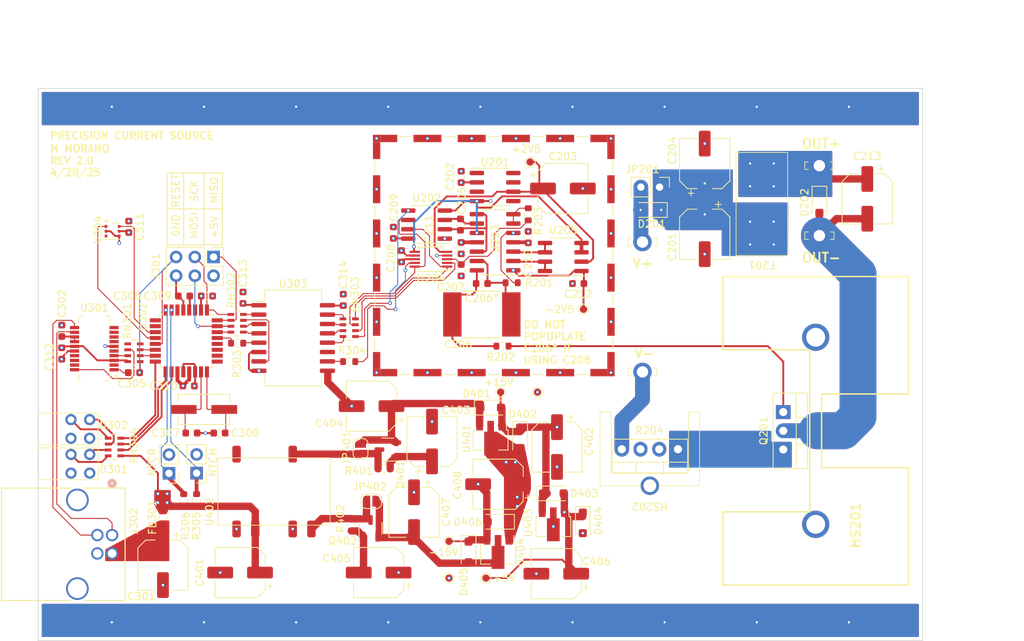
<source format=kicad_pcb>
(kicad_pcb (version 20221018) (generator pcbnew)
  (title_block (title "Precision Current Source") (date "2025-04-28") (rev "2.0") (company "M Morano"))
  (layers (0 "F.Cu" signal) (1 "In1.Cu" signal) (2 "In2.Cu" signal) (31 "B.Cu" signal) (34 "B.Paste" user) (35 "F.Paste" user) (36 "B.SilkS" user "B.Silkscreen") (37 "F.SilkS" user "F.Silkscreen") (38 "B.Mask" user) (39 "F.Mask" user) (44 "Edge.Cuts" user))
  (net 0 "")
  (net 1 "GNDA")
  (net 2 "Net-(J302-VBUS)")
  (net 3 "/Digital/D+")
  (net 4 "/Digital/D-")
  (net 5 "GNDD")
  (net 6 "Net-(JP401-A)")
  (net 7 "Net-(JP402-B)")
  (net 8 "+BATT")
  (net 9 "Net-(D201-K)")
  (net 10 "/Analog Power Supply/+15VA")
  (net 11 "/Analog/VDAC")
  (net 12 "Net-(Q201-S)")
  (net 13 "Net-(Q401-B)")
  (net 14 "Net-(Q402-B)")
  (net 15 "-2V5")
  (net 16 "+2V5")
  (net 17 "/Analog/SENS+")
  (net 18 "/Analog/SENS-")
  (net 19 "/Digital/SCK")
  (net 20 "Net-(U303-VID)")
  (net 21 "Net-(U303-VIF)")
  (net 22 "Net-(U202-OUT1)")
  (net 23 "Net-(RN301B-R2.1)")
  (net 24 "/Digital/RESET")
  (net 25 "/Digital/MOSI")
  (net 27 "+5VD")
  (net 28 "/Digital/RX")
  (net 29 "/Digital/TX")
  (net 30 "/Analog/ISCK")
  (net 31 "Net-(RN302D-R4.2)")
  (net 32 "Net-(RN302C-R3.2)")
  (net 33 "Net-(RN302B-R2.2)")
  (net 34 "/Analog/ILD")
  (net 35 "Net-(U203D--)")
  (net 36 "/Analog/IMOSI")
  (net 37 "Net-(RN302A-R1.2)")
  (net 38 "/Digital/CS")
  (net 39 "/Digital/LD")
  (net 40 "/Digital/MISO")
  (net 41 "Net-(RN303D-R4.2)")
  (net 42 "Net-(RN303C-R3.2)")
  (net 43 "Net-(RN303B-R2.2)")
  (net 44 "Net-(RN303A-R1.2)")
  (net 45 "+5VA")
  (net 46 "/Analog/ICS")
  (net 47 "Net-(D301-RED+)")
  (net 48 "/Analog/IMISO")
  (net 51 "Net-(U301-DTR)")
  (net 56 "/Digital/3V3")
  (net 61 "Net-(U302-PB6)")
  (net 62 "Net-(U302-PB7)")
  (net 65 "Net-(D301-GRN+)")
  (net 66 "Net-(D302-RED+)")
  (net 67 "Net-(U302-AREF)")
  (net 71 "/Digital/SDA")
  (net 72 "/Digital/SCL")
  (net 74 "Net-(C206-Pad2)")
  (net 75 "/Analog Power Supply/-15VA")
  (net 76 "/Analog Power Supply/+13V6")
  (net 77 "/Analog Power Supply/-13V6")
  (net 78 "Net-(Q201-G)")
  (net 84 "Net-(U203A--)")
  (net 85 "Net-(U203A-+)")
  (net 86 "Net-(RN301C-R3.1)")
  (net 89 "Net-(U204-AIN+)")
  (net 90 "Net-(U203B--)")
  (net 91 "Net-(D202-K)")
  (net 93 "Net-(D202-A)")
  (net 96 "Net-(D302-GRN+)")
  (net 97 "/Digital/TS1")
  (net 98 "/Digital/TS2")
  (net 99 "/Digital/STAT")
  (net 100 "/Digital/OT")
  (net 101 "/Digital/OC")
  (net 104 "/Analog/REF-")
  (footprint "Package_TO_SOT_SMD:SOT-89-3" (layer "F.Cu") (at 142.4 123.25 -90)
    (fp_text reference "U404")
    (fp_text value "L79L15_SOT89")
  )
  (footprint "Capacitor_SMD:CP_Elec_6.3x5.8" (layer "F.Cu") (at 150.3 125.9 180)
    (fp_text reference "C406")
    (fp_text value "47u")
  )
  (footprint "Connector_PinHeader_2.54mm:PinHeader_2x03_P2.54mm_Vertical" (layer "F.Cu") (at 103.8 82.9 -90)
    (fp_text reference "J301")
    (fp_text value "AVR-ISP-6")
  )
  (footprint "digikey-footprints:TQFP-32_7x7mm" (layer "F.Cu") (at 100.1 94.3 90)
    (fp_text reference "U302")
    (fp_text value "ATMEGA328P-AUR")
  )
  (footprint "Components:577102B04000G" (layer "F.Cu") (at 163 113.9575 180)
    (fp_text reference "HS202")
    (fp_text value "Heatsink")
  )
  (footprint "Connector_PinHeader_2.54mm:PinHeader_1x02_P2.54mm_Vertical" (layer "F.Cu") (at 164.317596 73.410663 -90)
    (fp_text reference "JP201")
    (fp_text value "Jumper_2_Open")
  )
  (footprint "Resistor_SMD:R_0603_1608Metric" (layer "F.Cu") (at 122.2 97.1)
    (fp_text reference "R304")
    (fp_text value "1k")
  )
  (footprint "Package_TO_SOT_THT:TO-220-4_Vertical" (layer "F.Cu") (at 166.81 109 180)
    (fp_text reference "R204")
    (fp_text value "10R")
  )
  (footprint "Capacitor_SMD:C_0603_1608Metric" (layer "F.Cu") (at 93 98.6 180)
    (fp_text reference "C305")
    (fp_text value "100n")
  )
  (footprint "RF_Shielding:Laird_Technologies_BMI-S-204-F_32.00x32.00mm" (layer "F.Cu") (at 141.825 82.7)
    (fp_text reference "S101" hide)
    (fp_text value "RFShield_OnePiece")
  )
  (footprint "Diode_SMD:D_SOD-123F" (layer "F.Cu") (at 142.4 118.85 180)
    (fp_text reference "D406")
    (fp_text value "D_Schottky")
  )
  (footprint "Resistor_SMD:R_0603_1608Metric" (layer "F.Cu") (at 146.5 77.1 90)
    (fp_text reference "R203")
    (fp_text value "1k")
  )
  (footprint "Resistor_SMD:R_0603_1608Metric" (layer "F.Cu") (at 122.5 119.25 90)
    (fp_text reference "R402")
    (fp_text value "R")
  )
  (footprint "Package_TO_SOT_SMD:SOT-23-3" (layer "F.Cu") (at 125.1 119.75 90)
    (fp_text reference "Q402")
    (fp_text value "FMMT734")
  )
  (footprint "Components:529802B02500G" (layer "F.Cu") (at 185.5 106.5 -90)
    (fp_text reference "HS201")
    (fp_text value "530002B02500G" hide)
  )
  (footprint "TestPoint:TestPoint_Pad_D1.0mm" (layer "F.Cu") (at 146.75 70)
    (fp_text reference "TP201" hide)
    (fp_text value "+2V5")
  )
  (footprint "Components:CB05_AVX" (layer "F.Cu") (at 140.2 90.7 180)
    (fp_text reference "C206")
    (fp_text value "1u")
  )
  (footprint "Package_SO:SOIC-16W_7.5x12.8mm_P1.27mm" (layer "F.Cu") (at 114.6 93.9)
    (fp_text reference "U303")
    (fp_text value "ADuM261")
  )
  (footprint "Components:0031.7701.22" (layer "F.Cu") (at 178.2 75.7 90)
    (fp_text reference "F201")
    (fp_text value "Fuse")
  )
  (footprint "Package_SO:MSOP-10_3x3mm_P0.5mm" (layer "F.Cu") (at 133.3 83.2 180)
    (fp_text reference "U204")
    (fp_text value "AD7791")
  )
  (footprint "Package_TO_SOT_SMD:SOT-23-3" (layer "F.Cu") (at 127.44375 109.05 180)
    (fp_text reference "Q401")
    (fp_text value "FMMT614TA")
  )
  (footprint "Components:XTAL_ECS-200-20-3X-TR" (layer "F.Cu") (at 102.5 103.6)
    (fp_text reference "Y301" hide)
    (fp_text value "16 MHz")
  )
  (footprint "Capacitor_SMD:C_0603_1608Metric" (layer "F.Cu") (at 99.8 88.2 180)
    (fp_text reference "C306")
    (fp_text value "100n")
  )
  (footprint "Capacitor_SMD:C_0603_1608Metric" (layer "F.Cu") (at 102.9 88.2 180)
    (fp_text reference "C309")
    (fp_text value "100n")
  )
  (footprint "Package_TO_SOT_SMD:SOT-89-3" (layer "F.Cu") (at 141.4 107.75 -90)
    (fp_text reference "U401")
    (fp_text value "L78L15_SOT89")
  )
  (footprint "Capacitor_SMD:C_0603_1608Metric" (layer "F.Cu") (at 100.8 106.8 180)
    (fp_text reference "C307")
    (fp_text value "20p")
  )
  (footprint "Diode_SMD:D_SOD-123F" (layer "F.Cu") (at 186 75.5 -90)
    (fp_text reference "D202")
    (fp_text value "D_Schottky")
  )
  (footprint "Package_SO:SOIC-8_3.9x4.9mm_P1.27mm" (layer "F.Cu") (at 151.25 82.9 180)
    (fp_text reference "U205")
    (fp_text value "ORNTA1001AT1")
  )
  (footprint "Components:testPoint2Pads" (layer "F.Cu") (at 135.75 124 -90)
    (fp_text reference "TP402" hide)
    (fp_text value "-15V")
  )
  (footprint "Package_SO:SOIC-8_3.9x4.9mm_P1.27mm" (layer "F.Cu") (at 132.7 78.5 180)
    (fp_text reference "U202")
    (fp_text value "LTC1595")
  )
  (footprint "Connector_PinHeader_2.54mm:PinHeader_1x02_P2.54mm_Vertical" (layer "F.Cu") (at 97.75 112.275 180)
    (fp_text reference "TH301" hide)
    (fp_text value "Thermistor")
  )
  (footprint "Diode_SMD:D_SOD-123F" (layer "F.Cu") (at 145.4 107.45 -90)
    (fp_text reference "D402")
    (fp_text value "D_Schottky")
  )
  (footprint "Resistor_SMD:R_0603_1608Metric" (layer "F.Cu") (at 96.935102 118.25 90)
    (fp_text reference "FB301")
    (fp_text value "~")
  )
  (footprint "Resistor_SMD:R_Array_Concave_4x0603" (layer "F.Cu") (at 90.35 108.7)
    (fp_text reference "RN304")
    (fp_text value "160")
  )
  (footprint "Resistor_SMD:R_0603_1608Metric" (layer "F.Cu") (at 99.75 115.925 90)
    (fp_text reference "R306")
    (fp_text value "1k")
  )
  (footprint "Resistor_SMD:R_0603_1608Metric" (layer "F.Cu") (at 144.25 86.4)
    (fp_text reference "R201")
    (fp_text value "10K")
  )
  (footprint "Capacitor_SMD:C_0603_1608Metric" (layer "F.Cu") (at 121.4 88.725 -90)
    (fp_text reference "C314")
    (fp_text value "100n")
  )
  (footprint "Diode_SMD:D_SOD-123F" (layer "F.Cu") (at 163.142596 76.510663 180)
    (fp_text reference "D201")
    (fp_text value "D_Schottky")
  )
  (footprint "Jumper:SolderJumper-2_P1.3mm_Open_RoundedPad1.0x1.5mm" (layer "F.Cu") (at 123.74375 108.95 90)
    (fp_text reference locked "JP401")
    (fp_text value "SolderJumper_2_Open")
  )
  (footprint "Capacitor_SMD:CP_Elec_6.3x5.8" (layer "F.Cu") (at 170.442596 79.810663 -90)
    (fp_text reference "C201")
    (fp_text value "10u")
  )
  (footprint "Resistor_SMD:R_Array_Concave_4x0603" (layer "F.Cu") (at 122.2 92.5 180)
    (fp_text reference "RN303")
    (fp_text value "1k")
  )
  (footprint "Capacitor_SMD:C_0603_1608Metric" (layer "F.Cu") (at 92.3 78.8 -90)
    (fp_text reference "C311")
    (fp_text value "100n")
  )
  (footprint "TestPoint:TestPoint_Pad_D1.0mm" (layer "F.Cu") (at 154 90)
    (fp_text reference "TP202" hide)
    (fp_text value "-2V5")
  )
  (footprint "Capacitor_SMD:CP_Elec_6.3x5.8" (layer "F.Cu") (at 142.4 113.75 180)
    (fp_text reference "C408")
    (fp_text value "47u")
  )
  (footprint "Resistor_SMD:R_0603_1608Metric" (layer "F.Cu") (at 101.5 115.925 90)
    (fp_text reference "R305")
    (fp_text value "1k")
  )
  (footprint "Package_SO:SOIC-8_3.9x4.9mm_P1.27mm" (layer "F.Cu") (at 142 73.4)
    (fp_text reference "U201")
    (fp_text value "ADR441")
  )
  (footprint "Capacitor_SMD:C_0603_1608Metric" (layer "F.Cu") (at 107.8 88.425 -90)
    (fp_text reference "C313")
    (fp_text value "100n")
  )
  (footprint "Capacitor_SMD:C_0603_1608Metric" (layer "F.Cu") (at 100.425 100.4 180)
    (fp_text reference "C310")
    (fp_text value "100n")
  )
  (footprint "Components:WP934MD" (layer "F.Cu") (at 80.0125 106.25)
    (fp_text reference "D302")
    (fp_text value "~")
  )
  (footprint "Components:1211" (layer "F.Cu") (at 186 70.5 180)
    (fp_text reference "J201" hide)
    (fp_text value "OUT+")
  )
  (footprint "Capacitor_SMD:C_0603_1608Metric" (layer "F.Cu") (at 128.2 79.6 90)
    (fp_text reference "C209")
    (fp_text value "100n")
  )
  (footprint "Capacitor_SMD:CP_Elec_6.3x5.8" (layer "F.Cu") (at 133.44375 107.95 90)
    (fp_text reference "C403")
    (fp_text value "47u")
  )
  (footprint "Capacitor_SMD:C_0603_1608Metric" (layer "F.Cu") (at 137.4 81.7 90)
    (fp_text reference "C211")
    (fp_text value "100n")
  )
  (footprint "Components:UJ2-BH-1-TH_CUD" (layer "F.Cu") (at 90.035101 120.657901 -90)
    (fp_text reference "J302")
    (fp_text value "USB B")
  )
  (footprint "Capacitor_SMD:CP_Elec_6.3x5.8" (layer "F.Cu") (at 131 117.55 -90)
    (fp_text reference "C407")
    (fp_text value "47u")
  )
  (footprint "Package_SON:WSON-6-1EP_2x2mm_P0.65mm_EP1x1.6mm" (layer "F.Cu") (at 90.1 79.4)
    (fp_text reference "U304")
    (fp_text value "TMP117xxDRV")
  )
  (footprint "Package_SO:SOIC-14_3.9x8.7mm_P1.27mm" (layer "F.Cu") (at 142 80.9 180)
    (fp_text reference "U203")
    (fp_text value "OPA4182")
  )
  (footprint "TestPoint:TestPoint_Pad_D1.0mm" (layer "F.Cu") (at 140.75 126.5)
    (fp_text reference "TP403" hide)
    (fp_text value "+5V")
  )
  (footprint "Package_TO_SOT_SMD:SOT-89-3" (layer "F.Cu") (at 149.9 119.5 -90)
    (fp_text reference "U403")
    (fp_text value "L78L05")
  )
  (footprint "Diode_SMD:D_SOD-123F" (layer "F.Cu") (at 141.4 103.35)
    (fp_text reference "D401")
    (fp_text value "D_Schottky")
  )
  (footprint "Connector_PinHeader_2.54mm:PinHeader_1x02_P2.54mm_Vertical" (layer "F.Cu") (at 101.5 112.25 180)
    (fp_text reference "TH302" hide)
    (fp_text value "Thermistor")
  )
  (footprint "Components:1211" (layer "F.Cu") (at 162 98.5 180)
    (fp_text reference "J204" hide)
    (fp_text value "V-")
  )
  (footprint "Components:1211" (layer "F.Cu") (at 162 80.872404)
    (fp_text reference "J203" hide)
    (fp_text value "V+")
  )
  (footprint "Capacitor_SMD:C_0603_1608Metric" (layer "F.Cu") (at 83.2 92.925 90)
    (fp_text reference "C302")
    (fp_text value "100n")
  )
  (footprint "Capacitor_SMD:C_0603_1608Metric" (layer "F.Cu") (at 137.4 72.025 90)
    (fp_text reference "C202")
    (fp_text value "100n")
  )
  (footprint "Capacitor_SMD:CP_Elec_6.3x5.8" (layer "F.Cu") (at 192.5 75 -90)
    (fp_text reference "C213")
    (fp_text value "10u")
  )
  (footprint "Resistor_SMD:R_0603_1608Metric" (layer "F.Cu") (at 143 95)
    (fp_text reference "R202")
    (fp_text value "1k")
  )
  (footprint "Resistor_SMD:R_0603_1608Metric" (layer "F.Cu") (at 126.94375 111.65)
    (fp_text reference "R401")
    (fp_text value "R")
  )
  (footprint "Capacitor_SMD:C_0603_1608Metric" (layer "F.Cu") (at 129.3 82.8 90)
    (fp_text reference "C208")
    (fp_text value "100n")
  )
  (footprint "Package_TO_SOT_THT:TO-220-3_Vertical" (layer "F.Cu") (at 181.1 103.96 -90)
    (fp_text reference "Q201")
    (fp_text value "IRF510")
  )
  (footprint "Resistor_SMD:R_Array_Concave_4x0603" (layer "F.Cu") (at 93 95.9)
    (fp_text reference "RN301")
    (fp_text value "1k")
  )
  (footprint "Capacitor_SMD:CP_Elec_6.3x5.8" (layer "F.Cu") (at 107.4 125.75 180)
    (fp_text reference "C401")
    (fp_text value "47u")
  )
  (footprint "Capacitor_SMD:C_0603_1608Metric" (layer "F.Cu") (at 140.2 86.5)
    (fp_text reference "C206*")
    (fp_text value "C_0603_1608Metric")
  )
  (footprint "Jumper:SolderJumper-2_P1.3mm_Open_RoundedPad1.0x1.5mm" (layer "F.Cu") (at 125.2 116.05 180)
    (fp_text reference "JP402")
    (fp_text value "SolderJumper_2_Open")
  )
  (footprint "Diode_SMD:D_SOD-123F" (layer "F.Cu") (at 138.4 122.95 -90)
    (fp_text reference "D405")
    (fp_text value "D_Schottky")
  )
  (footprint "Components:PDS1-S5-D15-M-TR" (layer "F.Cu") (at 112 114.75)
    (fp_text reference "U402")
    (fp_text value "PESE1-S5-S24-M")
  )
  (footprint "Diode_SMD:D_SOD-123F" (layer "F.Cu") (at 149.9 115)
    (fp_text reference "D403")
    (fp_text value "D_Schottky")
  )
  (footprint "Capacitor_SMD:C_0603_1608Metric" (layer "F.Cu") (at 137.4 84.7 90)
    (fp_text reference "C207")
    (fp_text value "100p")
  )
  (footprint "digikey-footprints:SSOP-20_W3.9mm" (layer "F.Cu") (at 87.6203 95.3475 180)
    (fp_text reference "U301")
    (fp_text value "FT231XS-U")
  )
  (footprint "Components:WP934MD" (layer "F.Cu") (at 80.02 110.98)
    (fp_text reference "D301")
    (fp_text value "~")
  )
  (footprint "Capacitor_SMD:C_0603_1608Metric" (layer "F.Cu") (at 146.5 80.2 -90)
    (fp_text reference "C210")
    (fp_text value "100n")
  )
  (footprint "Capacitor_SMD:CP_Elec_6.3x5.8" (layer "F.Cu") (at 126.2 125.75 180)
    (fp_text reference "C405")
    (fp_text value "47u")
  )
  (footprint "Capacitor_SMD:CP_Elec_6.3x5.8" (layer "F.Cu") (at 150.4 108.7 -90)
    (fp_text reference "C402")
    (fp_text value "47u")
  )
  (footprint "Capacitor_SMD:C_0603_1608Metric" (layer "F.Cu") (at 153.275 86.5 180)
    (fp_text reference "C212")
    (fp_text value "100n")
  )
  (footprint "Capacitor_SMD:C_0603_1608Metric" (layer "F.Cu") (at 137.3 78.5 90)
    (fp_text reference "C205")
    (fp_text value "100p")
  )
  (footprint "Capacitor_SMD:CP_Elec_6.3x5.8" (layer "F.Cu") (at 125.24375 103.15 180)
    (fp_text reference "C404")
    (fp_text value "47u")
  )
  (footprint "Resistor_SMD:R_0603_1608Metric" (layer "F.Cu") (at 107 94.6)
    (fp_text reference "R303")
    (fp_text value "1k")
  )
  (footprint "Capacitor_SMD:C_0603_1608Metric" (layer "F.Cu") (at 83.2 96 90)
    (fp_text reference "C312")
    (fp_text value "100n")
  )
  (footprint "Diode_SMD:D_SOD-123F" (layer "F.Cu") (at 153.9 119 -90)
    (fp_text reference "D404")
    (fp_text value "D_Schottky")
  )
  (footprint "Capacitor_SMD:CP_Elec_6.3x5.8" (layer "F.Cu") (at 96.935102 124.75 -90)
    (fp_text reference "C301")
    (fp_text value "47u")
  )
  (footprint "Components:1211" (layer "F.Cu") (at 186 80)
    (fp_text reference "J202" hide)
    (fp_text value "OUT-")
  )
  (footprint "Components:testPoint2Pads" (layer "F.Cu") (at 145.25 101.25)
    (fp_text reference "TP401" hide)
    (fp_text value "+15V")
  )
  (footprint "Capacitor_SMD:C_0603_1608Metric" (layer "F.Cu") (at 104.6 106.8 180)
    (fp_text reference "C308")
    (fp_text value "20p")
  )
  (footprint "Capacitor_SMD:CP_Elec_6.3x5.8" (layer "F.Cu") (at 170.442596 70.200663 90)
    (fp_text reference "C204")
    (fp_text value "10u")
  )
  (footprint "Resistor_SMD:R_Array_Concave_4x0603" (layer "F.Cu") (at 107 91.9)
    (fp_text reference "RN302")
    (fp_text value "1k")
  )
  (footprint "Capacitor_SMD:CP_Elec_6.3x5.8" (layer "F.Cu") (at 151.2 73.6)
    (fp_text reference "C203")
    (fp_text value "47u")
  )
  (footprint "Components:SmallNetTie" (layer "B.Cu") (at 140.9 75.3 180)
    (fp_text reference "NT201" hide)
    (fp_text value "NetTie_2")
  )
  (gr_rect locked (start 97.5 71.5) (end 105 81.25) (stroke (width 0.15)) (fill none) (layer "F.SilkS"))
  (gr_line locked (start 99.75 71.5) (end 99.75 81) (stroke (width 0.15)) (layer "F.SilkS"))
  (gr_line locked (start 97.5 76.375) (end 105 76.375) (stroke (width 0.15)) (layer "F.SilkS"))
  (gr_line locked (start 102.5 71.5) (end 102.5 81.25) (stroke (width 0.15)) (layer "F.SilkS"))
  (gr_rect locked (start 80 60) (end 200 135) (stroke (width 0.1)) (fill none) (layer "Edge.Cuts"))
  (gr_text "NTCR" (at 95.5 110.75 90) (layer "F.SilkS") (effects (font (size 1 1))))
  (gr_text locked "GND" (at 99.25 80.25 90) (layer "F.SilkS") (effects (font (size 1 1)) (justify left bottom)))
  (gr_text locked "MISO" (at 104.5 75.75 90) (layer "F.SilkS") (effects (font (size 1 1)) (justify left bottom)))
  (gr_text locked "PRECISION CURRENT SOURCE" (at 81.5 67) (layer "F.SilkS") (effects (font (size 1 1) (thickness 0.2) bold) (justify left bottom)))
  (gr_text locked "DO NOT \nPOPUPLATE\nC206* IF \nUSING C206" (at 145.75 97.5) (layer "F.SilkS") (effects (font (size 1 1) (thickness 0.2) bold) (justify left bottom)))
  (gr_text locked "MOSI" (at 101.75 80.5 90) (layer "F.SilkS") (effects (font (size 1 1)) (justify left bottom)))
  (gr_text locked "SCK" (at 101.75 75.5 90) (layer "F.SilkS") (effects (font (size 1 1)) (justify left bottom)))
  (gr_text locked "RESET" (at 99.25 76.25 90) (layer "F.SilkS") (effects (font (size 1 1)) (justify left bottom)))
  (gr_text "NTCM" (at 103.75 110.75 90) (layer "F.SilkS") (effects (font (size 1 1))))
  (gr_text locked "M MORANO\nREV 2.0\n4/28/25" (at 81.5 72) (layer "F.SilkS") (effects (font (size 1 1) (thickness 0.2) bold) (justify left bottom)))
  (gr_text locked "+5V" (at 104.5 80.5 90) (layer "F.SilkS") (effects (font (size 1 1)) (justify left bottom)))
  (segment locked (start 159.19 105.06) (end 159.19 109) (width 2) (layer "F.Cu") (net 1))
  (segment locked (start 141.4 75.3) (end 141.1 75.3) (width 0.254) (layer "F.Cu") (net 1))
  (segment locked (start 162 98.5) (end 162 102.25) (width 2) (layer "F.Cu") (net 1))
  (segment locked (start 162 102.25) (end 159.19 105.06) (width 2) (layer "F.Cu") (net 1))
  (segment locked (start 129.975 82.7) (end 131.1 82.7) (width 0.254) (layer "F.Cu") (net 1))
  (segment locked (start 119.3 98.7) (end 119.3 99.90625) (width 1) (layer "F.Cu") (net 1))
  (segment locked (start 129.3 82.025) (end 129.975 82.7) (width 0.254) (layer "F.Cu") (net 1))
  (segment locked (start 119.3 99.90625) (end 122.54375 103.15) (width 1) (layer "F.Cu") (net 1))
  (via locked (at 132.825 66.8) (size 0.5) (drill 0.3) (layers "F.Cu" "B.Cu") (net 1))
  (via locked (at 157.725 73.7) (size 0.5) (drill 0.3) (layers "F.Cu" "B.Cu") (net 1))
  (via locked (at 137.4 82.475) (size 0.5) (drill 0.3) (layers "F.Cu" "B.Cu") (net 1))
  (via locked (at 153.9 120.4) (size 0.5) (drill 0.3) (layers "F.Cu" "B.Cu") (net 1))
  (via locked (at 128.2 78.825) (size 0.5) (drill 0.3) (layers "F.Cu" "B.Cu") (net 1))
  (via locked (at 157.725 91.7) (size 0.5) (drill 0.3) (layers "F.Cu" "B.Cu") (net 1))
  (via locked (at 137.4 85.475) (size 0.5) (drill 0.3) (layers "F.Cu" "B.Cu") (net 1))
  (via locked (at 144.75 110.75) (size 0.5) (drill 0.3) (layers "F.Cu" "B.Cu") (net 1))
  (via locked (at 157.725 98.6) (size 0.5) (drill 0.3) (layers "F.Cu" "B.Cu") (net 1))
  (via locked (at 132.825 98.6) (size 0.5) (drill 0.3) (layers "F.Cu" "B.Cu") (net 1))
  (via locked (at 147.75 101.25) (size 0.5) (drill 0.3) (layers "F.Cu" "B.Cu") (net 1))
  (via locked (at 170.442596 82.510663) (size 0.5) (drill 0.3) (layers "F.Cu" "B.Cu") (net 1))
  (via locked (at 138.825 66.8) (size 0.5) (drill 0.3) (layers "F.Cu" "B.Cu") (net 1))
  (via locked (at 129.3 82.025) (size 0.5) (drill 0.3) (layers "F.Cu" "B.Cu") (net 1))
  (via locked (at 125.925 66.8) (size 0.5) (drill 0.3) (layers "F.Cu" "B.Cu") (net 1))
  (via locked (at 143.5 110.75) (size 0.5) (drill 0.3) (layers "F.Cu" "B.Cu") (net 1))
  (via locked (at 153.9 73.6) (size 0.5) (drill 0.3) (layers "F.Cu" "B.Cu") (net 1))
  (via locked (at 128.9 125.75) (size 0.5) (drill 0.3) (layers "F.Cu" "B.Cu") (net 1))
  (via locked (at 150.4 111.4) (size 0.5) (drill 0.3) (layers "F.Cu" "B.Cu") (net 1))
  (via locked (at 125.925 85.7) (size 0.5) (drill 0.3) (layers "F.Cu" "B.Cu") (net 1))
  (via locked (at 145 116.75) (size 0.5) (drill 0.3) (layers "F.Cu" "B.Cu") (net 1))
  (via locked (at 121.4 87.95) (size 0.5) (drill 0.3) (layers "F.Cu" "B.Cu") (net 1))
  (via locked (at 137.4 71.25) (size 0.5) (drill 0.3) (layers "F.Cu" "B.Cu") (net 1))
  (via locked (at 125.925 73.7) (size 0.5) (drill 0.3) (layers "F.Cu" "B.Cu") (net 1))
  (via locked (at 157.725 79.7) (size 0.5) (drill 0.3) (layers "F.Cu" "B.Cu") (net 1))
  (via locked (at 157.725 85.7) (size 0.5) (drill 0.3) (layers "F.Cu" "B.Cu") (net 1))
  (via locked (at 144.825 98.6) (size 0.5) (drill 0.3) (layers "F.Cu" "B.Cu") (net 1))
  (via locked (at 152.5 86.5) (size 0.5) (drill 0.3) (layers "F.Cu" "B.Cu") (net 1))
  (via locked (at 170.442596 67.500663) (size 0.5) (drill 0.3) (layers "F.Cu" "B.Cu") (net 1))
  (via locked (at 146.5 79.425) (size 0.5) (drill 0.3) (layers "F.Cu" "B.Cu") (net 1))
  (via locked (at 138.825 98.6) (size 0.5) (drill 0.3) (layers "F.Cu" "B.Cu") (net 1))
  (via locked (at 141.4 75.3) (size 0.5) (drill 0.3) (layers "F.Cu" "B.Cu") (net 1))
  (via locked (at 122.54375 103.15) (size 0.5) (drill 0.3) (layers "F.Cu" "B.Cu") (net 1))
  (via locked (at 125.925 91.7) (size 0.5) (drill 0.3) (layers "F.Cu" "B.Cu") (net 1))
  (via locked (at 150.825 66.8) (size 0.5) (drill 0.3) (layers "F.Cu" "B.Cu") (net 1))
  (via locked (at 144.825 66.8) (size 0.5) (drill 0.3) (layers "F.Cu" "B.Cu") (net 1))
  (via locked (at 149.9 119.5) (size 0.5) (drill 0.3) (layers "F.Cu" "B.Cu") (net 1))
  (via locked (at 147.6 125.9) (size 0.5) (drill 0.3) (layers "F.Cu" "B.Cu") (net 1))
  (via locked (at 131 114.85) (size 0.5) (drill 0.3) (layers "F.Cu" "B.Cu") (net 1))
  (via locked (at 133.44375 105.25) (size 0.5) (drill 0.3) (layers "F.Cu" "B.Cu") (net 1))
  (via locked (at 125.925 98.6) (size 0.5) (drill 0.3) (layers "F.Cu" "B.Cu") (net 1))
  (via locked (at 145 115.5) (size 0.5) (drill 0.3) (layers "F.Cu" "B.Cu") (net 1))
  (via locked (at 125.925 79.7) (size 0.5) (drill 0.3) (layers "F.Cu" "B.Cu") (net 1))
  (via locked (at 135.75 126.5) (size 0.5) (drill 0.3) (layers "F.Cu" "B.Cu") (net 1))
  (via locked (at 150.825 98.6) (size 0.5) (drill 0.3) (layers "F.Cu" "B.Cu") (net 1))
  (via locked (at 114.54 119.83) (size 0.5) (drill 0.3) (layers "F.Cu" "B.Cu") (net 1))
  (via locked (at 157.725 66.8) (size 0.5) (drill 0.3) (layers "F.Cu" "B.Cu") (net 1))
  (segment locked (start 159.19 105.06) (end 159.19 109) (width 2) (layer "B.Cu") (net 1))
  (segment locked (start 162 102.25) (end 159.19 105.06) (width 2) (layer "B.Cu") (net 1))
  (segment locked (start 162 98.5) (end 162 102.25) (width 2) (layer "B.Cu") (net 1))
  (segment locked (start 84.5095 91.5095) (end 84.9406 91.9406) (width 0.127) (layer "F.Cu") (net 3))
  (segment locked (start 88.0351 120.657901) (end 85.757901 120.657901) (width 0.127) (layer "F.Cu") (net 3))
  (segment locked (start 85.757901 120.657901) (end 82 116.9) (width 0.127) (layer "F.Cu") (net 3))
  (segment locked (start 82 92) (end 82.4905 91.5095) (width 0.127) (layer "F.Cu") (net 3))
  (segment locked (start 82 116.9) (end 82 97.5) (width 0.127) (layer "F.Cu") (net 3))
  (segment locked (start 84.9406 91.9406) (end 84.9406 92.49) (width 0.127) (layer "F.Cu") (net 3))
  (segment locked (start 82.4905 91.5095) (end 84.5095 91.5095) (width 0.127) (layer "F.Cu") (net 3))
  (segment locked (start 82 97.5) (end 82 92) (width 0.127) (layer "F.Cu") (net 3))
  (segment locked (start 82.5345 93.302894) (end 82.5345 116.4345) (width 0.127) (layer "F.Cu") (net 4))
  (segment locked (start 84.5 118.4) (end 89.4 118.4) (width 0.127) (layer "F.Cu") (net 4))
  (segment locked (start 84.8751 93.0595) (end 82.777894 93.0595) (width 0.127) (layer "F.Cu") (net 4))
  (segment locked (start 82.5345 116.4345) (end 84.5 118.4) (width 0.127) (layer "F.Cu") (net 4))
  (segment locked (start 84.9406 93.125) (end 84.8751 93.0595) (width 0.127) (layer "F.Cu") (net 4))
  (segment locked (start 89.4 118.4) (end 90.035102 119.035102) (width 0.127) (layer "F.Cu") (net 4))
  (segment locked (start 90.035102 119.035102) (end 90.035102 120.657901) (width 0.127) (layer "F.Cu") (net 4))
  (segment locked (start 82.777894 93.0595) (end 82.5345 93.302894) (width 0.127) (layer "F.Cu") (net 4))
  (segment locked (start 83.2 96.5366) (end 84.0716 95.665) (width 0.254) (layer "F.Cu") (net 5))
  (segment locked (start 90.3 95.03) (end 89.13 95.03) (width 0.254) (layer "F.Cu") (net 5))
  (segment locked (start 89.80625 79.4) (end 89.2125 79.4) (width 0.254) (layer "F.Cu") (net 5))
  (segment locked (start 90.9875 80.05) (end 90.45625 80.05) (width 0.254) (layer "F.Cu") (net 5))
  (segment locked (start 108.895 95.805) (end 108.598 96.102) (width 0.254) (layer "F.Cu") (net 5))
  (segment locked (start 103.825 106.8) (end 102.7 106.8) (width 0.254) (layer "F.Cu") (net 5))
  (segment locked (start 84.0716 95.665) (end 84.9406 95.665) (width 0.254) (layer "F.Cu") (net 5))
  (segment locked (start 90.9875 80.9875) (end 91 81) (width 0.127) (layer "F.Cu") (net 5))
  (segment locked (start 98.9 98.5) (end 98.9 99.65) (width 0.5) (layer "F.Cu") (net 5))
  (segment locked (start 99.7 88.875) (end 99.7 90.1) (width 0.254) (layer "F.Cu") (net 5))
  (segment locked (start 108.598 96.102) (end 108.598 98.098) (width 0.254) (layer "F.Cu") (net 5))
  (segment locked (start 98.9 99.65) (end 99.65 100.4) (width 0.5) (layer "F.Cu") (net 5))
  (segment locked (start 99.025 88.2) (end 98.72 87.895) (width 0.254) (layer "F.Cu") (net 5))
  (segment locked (start 99.025 88.2) (end 99.7 88.875) (width 0.254) (layer "F.Cu") (net 5))
  (segment locked (start 100.5 98.5) (end 100.5 99.55) (width 0.5) (layer "F.Cu") (net 5))
  (segment locked (start 108.598 98.098) (end 108.845 98.345) (width 0.254) (layer "F.Cu") (net 5))
  (segment locked (start 100.5 99.55) (end 99.65 100.4) (width 0.5) (layer "F.Cu") (net 5))
  (segment locked (start 108.845 98.345) (end 109.95 98.345) (width 0.254) (layer "F.Cu") (net 5))
  (segment locked (start 89.13 95.03) (end 89.1 95) (width 0.254) (layer "F.Cu") (net 5))
  (segment locked (start 98.72 87.895) (end 98.72 85.44) (width 0.254) (layer "F.Cu") (net 5))
  (segment locked (start 109.95 95.805) (end 108.895 95.805) (width 0.254) (layer "F.Cu") (net 5))
  (segment locked (start 90.45625 80.05) (end 89.80625 79.4) (width 0.254) (layer "F.Cu") (net 5))
  (segment locked (start 101.575 106.8) (end 102.7 106.8) (width 0.254) (layer "F.Cu") (net 5))
  (segment locked (start 90.9875 80.05) (end 90.9875 80.9875) (width 0.254) (layer "F.Cu") (net 5))
  (via locked (at 140 62.5) (size 0.5) (drill 0.3) (layers "F.Cu" "B.Cu") (net 5))
  (via locked (at 83.2 92.15) (size 0.5) (drill 0.3) (layers "F.Cu" "B.Cu") (net 5))
  (via locked (at 102.5 62.5) (size 0.5) (drill 0.3) (layers "F.Cu" "B.Cu") (net 5))
  (via locked (at 190 62.5) (size 0.5) (drill 0.3) (layers "F.Cu" "B.Cu") (net 5))
  (via locked (at 96.935102 127.45) (size 0.5) (drill 0.3) (layers "F.Cu" "B.Cu") (net 5))
  (via locked (at 127.5 132.5) (size 0.5) (drill 0.3) (layers "F.Cu" "B.Cu") (net 5))
  (via locked (at 102.7 106.8) (size 0.5) (drill 0.3) (layers "F.Cu" "B.Cu") (net 5))
  (via locked (at 90 62.5) (size 0.5) (drill 0.3) (layers "F.Cu" "B.Cu") (net 5))
  (via locked (at 104.7 125.75) (size 0.5) (drill 0.3) (layers "F.Cu" "B.Cu") (net 5))
  (via locked (at 83.2 96.775) (size 0.5) (drill 0.3) (layers "F.Cu" "B.Cu") (net 5))
  (via locked (at 99.65 100.4) (size 0.5) (drill 0.3) (layers "F.Cu" "B.Cu") (net 5))
  (via locked (at 152.5 62.5) (size 0.5) (drill 0.3) (layers "F.Cu" "B.Cu") (net 5))
  (via locked (at 109.95 98.345) (size 0.5) (drill 0.3) (layers "F.Cu" "B.Cu") (net 5))
  (via locked (at 177.5 62.5) (size 0.5) (drill 0.3) (layers "F.Cu" "B.Cu") (net 5))
  (via locked (at 165 132.5) (size 0.5) (drill 0.3) (layers "F.Cu" "B.Cu") (net 5))
  (via locked (at 165 62.5) (size 0.5) (drill 0.3) (layers "F.Cu" "B.Cu") (net 5))
  (via locked (at 152.5 132.5) (size 0.5) (drill 0.3) (layers "F.Cu" "B.Cu") (net 5))
  (via locked (at 91 81) (size 0.5) (drill 0.3) (layers "F.Cu" "B.Cu") (net 5))
  (via locked (at 140 132.5) (size 0.5) (drill 0.3) (layers "F.Cu" "B.Cu") (net 5))
  (via locked (at 115 62.5) (size 0.5) (drill 0.3) (layers "F.Cu" "B.Cu") (net 5))
  (via locked (at 90 132.5) (size 0.5) (drill 0.3) (layers "F.Cu" "B.Cu") (net 5))
  (via locked (at 102.5 132.5) (size 0.5) (drill 0.3) (layers "F.Cu" "B.Cu") (net 5))
  (via locked (at 92.3 78.025) (size 0.5) (drill 0.3) (layers "F.Cu" "B.Cu") (net 5))
  (via locked (at 107.8 87.65) (size 0.5) (drill 0.3) (layers "F.Cu" "B.Cu") (net 5))
  (via locked (at 115 132.5) (size 0.5) (drill 0.3) (layers "F.Cu" "B.Cu") (net 5))
  (via locked (at 190 132.5) (size 0.5) (drill 0.3) (layers "F.Cu" "B.Cu") (net 5))
  (via locked (at 106.92 119.83) (size 0.5) (drill 0.3) (layers "F.Cu" "B.Cu") (net 5))
  (via locked (at 103.675 88.2) (size 0.5) (drill 0.3) (layers "F.Cu" "B.Cu") (net 5))
  (via locked (at 89.1 95) (size 0.5) (drill 0.3) (layers "F.Cu" "B.Cu") (net 5))
  (via locked (at 127.5 62.5) (size 0.5) (drill 0.3) (layers "F.Cu" "B.Cu") (net 5))
  (via locked (at 177.5 132.5) (size 0.5) (drill 0.3) (layers "F.Cu" "B.Cu") (net 5))
  (segment locked (start 126.11875 111.65) (end 126.11875 109.2375) (width 1) (layer "F.Cu") (net 6))
  (segment locked (start 123.67375 109.67) (end 123.74375 109.6) (width 1) (layer "F.Cu") (net 6))
  (segment locked (start 123.74375 109.6) (end 125.75625 109.6) (width 1) (layer "F.Cu") (net 6))
  (segment locked (start 114.54 109.67) (end 123.67375 109.67) (width 1) (layer "F.Cu") (net 6))
  (segment locked (start 118.485 118.425) (end 117.08 119.83) (width 1) (layer "F.Cu") (net 7))
  (segment locked (start 122.5 118.45) (end 124.7 118.45) (width 1) (layer "F.Cu") (net 7))
  (segment locked (start 124.55 118.0625) (end 124.55 116.05) (width 1) (layer "F.Cu") (net 7))
  (segment locked (start 122.5 118.425) (end 118.485 118.425) (width 1) (layer "F.Cu") (net 7))
  (segment locked (start 161.777596 76.545663) (end 161.777596 80.65) (width 2) (layer "F.Cu") (net 8))
  (segment locked (start 161.742596 76.510663) (end 161.777596 76.545663) (width 2) (layer "F.Cu") (net 8))
  (segment locked (start 161.777596 80.65) (end 162 80.872404) (width 2) (layer "F.Cu") (net 8))
  (segment locked (start 161.777596 76.475663) (end 161.742596 76.510663) (width 2) (layer "F.Cu") (net 8))
  (segment locked (start 161.777596 73.410663) (end 161.777596 76.475663) (width 2) (layer "F.Cu") (net 8))
  (via locked (at 161.742596 76.510663) (size 0.5) (drill 0.3) (layers "F.Cu" "B.Cu") (net 8))
  (segment locked (start 161.777596 80.65) (end 162 80.872404) (width 1) (layer "B.Cu") (net 8))
  (segment locked (start 161.777596 73.410663) (end 161.777596 80.65) (width 2) (layer "B.Cu") (net 8))
  (via locked (at 170.442596 72.900663) (size 0.5) (drill 0.3) (layers "F.Cu" "B.Cu") (net 9))
  (via locked (at 170.442596 77.110663) (size 0.5) (drill 0.3) (layers "F.Cu" "B.Cu") (net 9))
  (via locked (at 176.6 81.2) (size 0.5) (drill 0.3) (layers "F.Cu" "B.Cu") (net 9))
  (via locked (at 164.542596 76.510663) (size 0.5) (drill 0.3) (layers "F.Cu" "B.Cu") (net 9))
  (via locked (at 176.6 78.1) (size 0.5) (drill 0.3) (layers "F.Cu" "B.Cu") (net 9))
  (via locked (at 179.8 81.2) (size 0.5) (drill 0.3) (layers "F.Cu" "B.Cu") (net 9))
  (via locked (at 179.8 78.1) (size 0.5) (drill 0.3) (layers "F.Cu" "B.Cu") (net 9))
  (segment locked (start 150.4 106) (end 146 106) (width 1) (layer "F.Cu") (net 10))
  (segment locked (start 142.925 103.35) (end 142.925 105.775) (width 1) (layer "F.Cu") (net 10))
  (segment locked (start 144.475 80.9) (end 146.3 80.9) (width 0.5) (layer "F.Cu") (net 10))
  (segment locked (start 142.75 103.175) (end 142.925 103.35) (width 0.254) (layer "F.Cu") (net 10))
  (segment locked (start 143.7 106.6) (end 142.9 105.8) (width 1) (layer "F.Cu") (net 10))
  (segment locked (start 148.9 114.85) (end 149.05 115) (width 1) (layer "F.Cu") (net 10))
  (segment locked (start 142.75 101.5) (end 142.75 103.175) (width 0.254) (layer "F.Cu") (net 10))
  (segment locked (start 139.525 72.765) (end 137.51 72.765) (width 0.254) (layer "F.Cu") (net 10))
  (segment locked (start 145.4 106.6) (end 143.7 106.6) (width 1) (layer "F.Cu") (net 10))
  (segment locked (start 142.925 105.775) (end 142.9 105.8) (width 1) (layer "F.Cu") (net 10))
  (segment locked (start 146 106) (end 145.4 106.6) (width 1) (layer "F.Cu") (net 10))
  (segment locked (start 148.85 115.2) (end 149.05 115) (width 1) (layer "F.Cu") (net 10))
  (segment locked (start 149.05 115) (end 148.4 115.65) (width 1) (layer "F.Cu") (net 10))
  (segment locked (start 149 106) (end 148.9 106.1) (width 1) (layer "F.Cu") (net 10))
  (segment locked (start 148.9 106.1) (end 148.9 114.85) (width 1) (layer "F.Cu") (net 10))
  (segment locked (start 148.4 117.55) (end 148.4 115.65) (width 1) (layer "F.Cu") (net 10))
  (via locked (at 137.4 72.8) (size 0.5) (drill 0.3) (layers "F.Cu" "B.Cu") (net 10))
  (via locked (at 150.4 106) (size 0.5) (drill 0.3) (layers "F.Cu" "B.Cu") (net 10))
  (via locked (at 146.5 80.975) (size 0.5) (drill 0.3) (layers "F.Cu" "B.Cu") (net 10))
  (segment locked (start 140.59 77.09) (end 140.825 77.325) (width 0.25) (layer "F.Cu") (net 11))
  (segment locked (start 140.63 82.17) (end 140.825 81.975) (width 0.25) (layer "F.Cu") (net 11))
  (segment locked (start 140.825 77.325) (end 140.825 78.706751) (width 0.25) (layer "F.Cu") (net 11))
  (segment locked (start 140.825 79) (end 137.575 79) (width 0.25) (layer "F.Cu") (net 11))
  (segment locked (start 140.825 81.975) (end 140.825 78.706751) (width 0.25) (layer "F.Cu") (net 11))
  (segment locked (start 139.525 77.09) (end 140.59 77.09) (width 0.25) (layer "F.Cu") (net 11))
  (segment locked (start 139.525 82.17) (end 140.63 82.17) (width 0.25) (layer "F.Cu") (net 11))
  (segment locked (start 140.825 78.706751) (end 140.825 79) (width 0.25) (layer "F.Cu") (net 11))
  (segment locked (start 135.175 79.135) (end 137.16 79.135) (width 0.254) (layer "F.Cu") (net 11))
  (segment locked (start 166.85 109.04) (end 166.81 109) (width 1) (layer "F.Cu") (net 12))
  (segment locked (start 127.76875 111.65) (end 127.76875 110.8125) (width 1) (layer "F.Cu") (net 13))
  (segment locked (start 127.76875 110.8125) (end 128.58125 110) (width 1) (layer "F.Cu") (net 13))
  (segment locked (start 128.58125 110) (end 132.79375 110) (width 1) (layer "F.Cu") (net 13))
  (segment locked (start 132.79375 110) (end 133.44375 110.65) (width 1) (layer "F.Cu") (net 13))
  (segment locked (start 124.15 125.1) (end 123.5 125.75) (width 1) (layer "F.Cu") (net 14))
  (segment locked (start 124.15 120.8875) (end 124.15 125.1) (width 1) (layer "F.Cu") (net 14))
  (segment locked (start 123.3625 120.1) (end 124.15 120.8875) (width 1) (layer "F.Cu") (net 14))
  (segment locked (start 122.5 120.1) (end 123.3625 120.1) (width 1) (layer "F.Cu") (net 14))
  (segment locked (start 154.05 85.13) (end 154.05 86.5) (width 0.254) (layer "F.Cu") (net 15))
  (segment locked (start 152.068 85.432) (end 145.197 85.432) (width 0.254) (layer "F.Cu") (net 15))
  (segment locked (start 145.197 85.432) (end 144.475 84.71) (width 0.254) (layer "F.Cu") (net 15))
  (segment locked (start 154 90) (end 154 86.55) (width 0.254) (layer "F.Cu") (net 15))
  (segment locked (start 152.695 84.805) (end 152.068 85.432) (width 0.254) (layer "F.Cu") (net 15))
  (segment locked (start 153.098 84.805) (end 152.695 84.805) (width 0.254) (layer "F.Cu") (net 15))
  (segment locked (start 154.225 89.775) (end 154 90) (width 0.254) (layer "F.Cu") (net 15))
  (segment locked (start 154 86.55) (end 154.05 86.5) (width 0.254) (layer "F.Cu") (net 15))
  (segment locked (start 153.725 84.805) (end 154.05 85.13) (width 0.254) (layer "F.Cu") (net 15))
  (via locked (at 135.175 80.405) (size 0.5) (drill 0.3) (layers "F.Cu" "B.Cu") (net 15))
  (via locked (at 144.475 84.71) (size 0.5) (drill 0.3) (layers "F.Cu" "B.Cu") (net 15))
  (segment locked (start 142.265 74.035) (end 141.622 74.678) (width 0.254) (layer "F.Cu") (net 16))
  (segment locked (start 148.6 73.9) (end 155.3 80.6) (width 0.254) (layer "F.Cu") (net 16))
  (segment locked (start 133.8 81.5) (end 134.5 82.2) (width 0.254) (layer "F.Cu") (net 16))
  (segment locked (start 144.475 74.035) (end 147.865 74.035) (width 0.254) (layer "F.Cu") (net 16))
  (segment locked (start 133.8 76.32042) (end 133.8 81.5) (width 0.254) (layer "F.Cu") (net 16))
  (segment locked (start 147.5 70) (end 148 70.5) (width 0.254) (layer "F.Cu") (net 16))
  (segment locked (start 144.475 74.035) (end 142.265 74.035) (width 0.254) (layer "F.Cu") (net 16))
  (segment locked (start 155.3 83.1) (end 154.865 83.535) (width 0.254) (layer "F.Cu") (net 16))
  (segment locked (start 148 70.5) (end 148 73.9) (width 0.254) (layer "F.Cu") (net 16))
  (segment locked (start 135.44242 74.678) (end 133.8 76.32042) (width 0.254) (layer "F.Cu") (net 16))
  (segment locked (start 146.75 70) (end 147.5 70) (width 0.254) (layer "F.Cu") (net 16))
  (segment locked (start 148 73.9) (end 148.6 73.9) (width 0.254) (layer "F.Cu") (net 16))
  (segment locked (start 155.3 80.6) (end 155.3 83.1) (width 0.254) (layer "F.Cu") (net 16))
  (segment locked (start 154.865 83.535) (end 153.725 83.535) (width 0.254) (layer "F.Cu") (net 16))
  (segment locked (start 134.5 82.2) (end 135.5 82.2) (width 0.254) (layer "F.Cu") (net 16))
  (segment locked (start 141.622 74.678) (end 135.44242 74.678) (width 0.254) (layer "F.Cu") (net 16))
  (segment locked (start 142.8 84.7) (end 142.8 80.3) (width 0.127) (layer "F.Cu") (net 17))
  (segment locked (start 144.5 86.4) (end 142.8 84.7) (width 0.127) (layer "F.Cu") (net 17))
  (segment locked (start 142.8 80.3) (end 143.47 79.63) (width 0.127) (layer "F.Cu") (net 17))
  (segment locked (start 145.075 86.4) (end 144.5 86.4) (width 0.127) (layer "F.Cu") (net 17))
  (segment locked (start 143.47 79.63) (end 144.475 79.63) (width 0.127) (layer "F.Cu") (net 17))
  (via locked (at 144.475 79.63) (size 0.5) (drill 0.3) (layers "F.Cu" "B.Cu") (net 17))
  (segment locked (start 135.5 82.7) (end 134.1 82.7) (width 0.127) (layer "F.Cu") (net 18))
  (via locked (at 134.1 82.7) (size 0.5) (drill 0.3) (layers "F.Cu" "B.Cu") (net 18))
  (segment locked (start 102.9 90.1) (end 102.9 86.6) (width 0.127) (layer "F.Cu") (net 19))
  (segment locked (start 102.5 84.14) (end 101.26 82.9) (width 0.127) (layer "F.Cu") (net 19))
  (segment locked (start 102.5 86.2) (end 102.5 84.14) (width 0.127) (layer "F.Cu") (net 19))
  (segment locked (start 104.4 90.7) (end 106.1 90.7) (width 0.127) (layer "F.Cu") (net 19))
  (segment locked (start 102.9 86.6) (end 102.5 86.2) (width 0.127) (layer "F.Cu") (net 19))
  (segment locked (start 102.9 90.1) (end 103.8 90.1) (width 0.127) (layer "F.Cu") (net 19))
  (segment locked (start 103.8 90.1) (end 104.4 90.7) (width 0.127) (layer "F.Cu") (net 19))
  (segment locked (start 107.89 94.535) (end 109.95 94.535) (width 0.127) (layer "F.Cu") (net 20))
  (segment locked (start 119.25 97.075) (end 121.45 97.075) (width 0.127) (layer "F.Cu") (net 21))
  (segment locked (start 139.525 78.36) (end 137.935 78.36) (width 0.25) (layer "F.Cu") (net 22))
  (segment locked (start 137.935 78.36) (end 137.3 77.725) (width 0.25) (layer "F.Cu") (net 22))
  (segment locked (start 137.3 77.725) (end 135.315 77.725) (width 0.254) (layer "F.Cu") (net 22))
  (segment locked (start 93 98.990843) (end 92.590843 99.4) (width 0.127) (layer "F.Cu") (net 23))
  (segment locked (start 92.15 95.5) (end 92.7 95.5) (width 0.127) (layer "F.Cu") (net 23))
  (segment locked (start 90.1 99.4) (end 88.905 98.205) (width 0.127) (layer "F.Cu") (net 23))
  (segment locked (start 92.7 95.5) (end 93 95.8) (width 0.127) (layer "F.Cu") (net 23))
  (segment locked (start 93 95.8) (end 93 98.990843) (width 0.127) (layer "F.Cu") (net 23))
  (segment locked (start 88.905 98.205) (end 84.9406 98.205) (width 0.127) (layer "F.Cu") (net 23))
  (segment locked (start 92.590843 99.4) (end 90.1 99.4) (width 0.127) (layer "F.Cu") (net 23))
  (segment locked (start 96.8 94.7) (end 95.9 94.7) (width 0.127) (layer "F.Cu") (net 24))
  (segment locked (start 93.85 97.1) (end 93.85 98.525) (width 0.127) (layer "F.Cu") (net 24))
  (segment locked (start 96.8405 91.0405) (end 96.8405 94.6595) (width 0.127) (layer "F.Cu") (net 24))
  (segment locked (start 96.8405 94.6595) (end 96.8 94.7) (width 0.127) (layer "F.Cu") (net 24))
  (segment locked (start 98.72 82.9) (end 96.8345 84.7855) (width 0.127) (layer "F.Cu") (net 24))
  (segment locked (start 96.8345 91.0345) (end 96.8405 91.0405) (width 0.127) (layer "F.Cu") (net 24))
  (segment locked (start 96.8345 84.7855) (end 96.8345 91.0345) (width 0.127) (layer "F.Cu") (net 24))
  (via locked (at 93.775 98.6) (size 0.5) (drill 0.3) (layers "F.Cu" "B.Cu") (net 24))
  (segment locked (start 93.775 98.6) (end 93.775 87.845) (width 0.127) (layer "B.Cu") (net 24))
  (segment locked (start 93.775 87.845) (end 98.72 82.9) (width 0.127) (layer "B.Cu") (net 24))
  (segment locked (start 101.7 92.3) (end 104.3 92.3) (width 0.127) (layer "F.Cu") (net 25))
  (segment locked (start 104.3 92.3) (end 106.1 92.3) (width 0.127) (layer "F.Cu") (net 25))
  (via locked (at 101.7 92.3) (size 0.5) (drill 0.3) (layers "F.Cu" "B.Cu") (net 25))
  (segment locked (start 101.26 91.86) (end 101.7 92.3) (width 0.127) (layer "B.Cu") (net 25))
  (segment locked (start 101.26 85.44) (end 101.26 91.86) (width 0.127) (layer "B.Cu") (net 25))
  (segment locked (start 101.3 97.6) (end 101.3 98.5) (width 0.254) (layer "F.Cu") (net 27))
  (segment locked (start 99.773 97.423) (end 101.123 97.423) (width 0.254) (layer "F.Cu") (net 27))
  (segment locked (start 92.15 97.1) (end 91.985 96.935) (width 0.254) (layer "F.Cu") (net 27))
  (segment locked (start 96.25 112.25) (end 96.25 115.042099) (width 0.254) (layer "F.Cu") (net 27))
  (segment locked (start 90.3 96.935) (end 88.035 96.935) (width 0.254) (layer "F.Cu") (net 27))
  (segment locked (start 98 116.75) (end 108.75 116.75) (width 1) (layer "F.Cu") (net 27))
  (segment locked (start 109.46 125.11) (end 109.46 119.83) (width 1) (layer "F.Cu") (net 27))
  (segment locked (start 93.9 109.9) (end 91.2 109.9) (width 0.254) (layer "F.Cu") (net 27))
  (segment locked (start 99.7 98.5) (end 99.7 97.496) (width 0.254) (layer "F.Cu") (net 27))
  (segment locked (start 88.035 96.935) (end 86.1 95) (width 0.254) (layer "F.Cu") (net 27))
  (segment locked (start 108.75 116.75) (end 109.46 117.46) (width 1) (layer "F.Cu") (net 27))
  (segment locked (start 101.3 98.5) (end 101.3 100.3) (width 0.254) (layer "F.Cu") (net 27))
  (segment locked (start 84.9406 95.03) (end 83.395 95.03) (width 0.254) (layer "F.Cu") (net 27))
  (segment locked (start 102.1 90.1) (end 102.1 88.225) (width 0.254) (layer "F.Cu") (net 27))
  (segment locked (start 108 89.4) (end 109.895 89.4) (width 0.254) (layer "F.Cu") (net 27))
  (segment locked (start 86.1 95) (end 84.9706 95) (width 0.254) (layer "F.Cu") (net 27))
  (segment locked (start 92.125 79.4) (end 90.9875 79.4) (width 0.254) (layer "F.Cu") (net 27))
  (segment locked (start 97.5 116.25) (end 98 116.75) (width 1) (layer "F.Cu") (net 27))
  (segment locked (start 96.25 112.25) (end 93.9 109.9) (width 0.254) (layer "F.Cu") (net 27))
  (segment locked (start 99.7 97.496) (end 99.773 97.423) (width 0.254) (layer "F.Cu") (net 27))
  (segment locked (start 110.1 125.75) (end 109.46 125.11) (width 1) (layer "F.Cu") (net 27))
  (segment locked (start 101.123 97.423) (end 101.3 97.6) (width 0.254) (layer "F.Cu") (net 27))
  (segment locked (start 109.46 117.46) (end 109.46 119.83) (width 1) (layer "F.Cu") (net 27))
  (segment locked (start 91.985 96.935) (end 90.3 96.935) (width 0.254) (layer "F.Cu") (net 27))
  (via locked (at 96.25 115.042099) (size 0.5) (drill 0.3) (layers "F.Cu" "B.Cu") (net 27))
  (via locked (at 97.5 115.042099) (size 0.5) (drill 0.3) (layers "F.Cu" "B.Cu") (net 27))
  (via locked (at 102.125 88.2) (size 0.5) (drill 0.3) (layers "F.Cu" "B.Cu") (net 27))
  (via locked (at 83.2 95.225) (size 0.5) (drill 0.3) (layers "F.Cu" "B.Cu") (net 27))
  (via locked (at 92.3 79.575) (size 0.5) (drill 0.3) (layers "F.Cu" "B.Cu") (net 27))
  (via locked (at 97.5 116.25) (size 0.5) (drill 0.3) (layers "F.Cu" "B.Cu") (net 27))
  (via locked (at 96.25 116.25) (size 0.5) (drill 0.3) (layers "F.Cu" "B.Cu") (net 27))
  (via locked (at 101.2 100.4) (size 0.5) (drill 0.3) (layers "F.Cu" "B.Cu") (net 27))
  (via locked (at 107.8 89.2) (size 0.5) (drill 0.3) (layers "F.Cu" "B.Cu") (net 27))
  (segment locked (start 93.85 95.5) (end 95.9 95.5) (width 0.127) (layer "F.Cu") (net 28))
  (segment locked (start 95.9 96.3) (end 93.85 96.3) (width 0.127) (layer "F.Cu") (net 29))
  (segment locked (start 124.271948 88.1905) (end 123.831224 88.631224) (width 0.127) (layer "F.Cu") (net 30))
  (segment locked (start 130.225 79.135) (end 132.18275 79.135) (width 0.127) (layer "F.Cu") (net 30))
  (segment locked (start 132.18275 79.135) (end 133.1 80.05225) (width 0.127) (layer "F.Cu") (net 30))
  (segment locked (start 130.825948 85.75) (end 128.385448 88.1905) (width 0.127) (layer "F.Cu") (net 30))
  (segment locked (start 134.25 85.75) (end 130.825948 85.75) (width 0.127) (layer "F.Cu") (net 30))
  (segment locked (start 134.6 84.2) (end 135.5 84.2) (width 0.127) (layer "F.Cu") (net 30))
  (segment locked (start 135.5 84.2) (end 135.5 84.5) (width 0.127) (layer "F.Cu") (net 30))
  (segment locked (start 123.05 91.2) (end 123.05 89.412448) (width 0.127) (layer "F.Cu") (net 30))
  (segment locked (start 123.05 89.412448) (end 123.15 89.312448) (width 0.127) (layer "F.Cu") (net 30))
  (segment locked (start 133.1 82.7) (end 134.6 84.2) (width 0.127) (layer "F.Cu") (net 30))
  (segment locked (start 128.385448 88.1905) (end 124.271948 88.1905) (width 0.127) (layer "F.Cu") (net 30))
  (segment locked (start 135.5 84.5) (end 134.25 85.75) (width 0.127) (layer "F.Cu") (net 30))
  (segment locked (start 123.15 89.312448) (end 123.871948 88.5905) (width 0.127) (layer "F.Cu") (net 30))
  (segment locked (start 133.1 80.05225) (end 133.1 82.7) (width 0.127) (layer "F.Cu") (net 30))
  (segment locked (start 107.85 93.1) (end 108.4 93.1) (width 0.127) (layer "F.Cu") (net 31))
  (segment locked (start 108.4 93.1) (end 108.565 93.265) (width 0.127) (layer "F.Cu") (net 31))
  (segment locked (start 108.565 93.265) (end 109.95 93.265) (width 0.127) (layer "F.Cu") (net 31))
  (segment locked (start 108.7 92) (end 109.945 92) (width 0.127) (layer "F.Cu") (net 32))
  (segment locked (start 107.85 92.3) (end 108.4 92.3) (width 0.127) (layer "F.Cu") (net 32))
  (segment locked (start 108.4 92.3) (end 108.7 92) (width 0.127) (layer "F.Cu") (net 32))
  (segment locked (start 111.3 96.9) (end 111.125 97.075) (width 0.127) (layer "F.Cu") (net 33))
  (segment locked (start 111.0315 91.4315) (end 111.3 91.7) (width 0.127) (layer "F.Cu") (net 33))
  (segment locked (start 111.3 91.7) (end 111.3 96.9) (width 0.127) (layer "F.Cu") (net 33))
  (segment locked (start 107.9185 91.4315) (end 111.0315 91.4315) (width 0.127) (layer "F.Cu") (net 33))
  (segment locked (start 111.125 97.075) (end 109.95 97.075) (width 0.127) (layer "F.Cu") (net 33))
  (segment locked (start 124.2 93.7) (end 123.15 93.7) (width 0.127) (layer "F.Cu") (net 34))
  (segment locked (start 124.3 93.6) (end 124.2 93.7) (width 0.127) (layer "F.Cu") (net 34))
  (segment locked (start 127.75 89.187) (end 125.048552 89.187) (width 0.127) (layer "F.Cu") (net 34))
  (segment locked (start 124.3 92.8) (end 124.3 93.6) (width 0.127) (layer "F.Cu") (net 34))
  (segment locked (start 124.3 89.935552) (end 124.3 92.8) (width 0.127) (layer "F.Cu") (net 34))
  (segment locked (start 125.048552 89.187) (end 124.3 89.935552) (width 0.127) (layer "F.Cu") (net 34))
  (via locked (at 127.75 89.187) (size 0.5) (drill 0.3) (layers "F.Cu" "B.Cu") (net 34))
  (via locked (at 130.225 76.595) (size 0.5) (drill 0.3) (layers "F.Cu" "B.Cu") (net 34))
  (segment locked (start 127.75 89.187) (end 127.75 87.65) (width 0.127) (layer "B.Cu") (net 34))
  (segment locked (start 128.7865 86.6135) (end 128.7865 81.812301) (width 0.127) (layer "B.Cu") (net 34))
  (segment locked (start 128.7865 81.812301) (end 128.8 81.798801) (width 0.127) (layer "B.Cu") (net 34))
  (segment locked (start 127.75 87.65) (end 128.7865 86.6135) (width 0.127) (layer "B.Cu") (net 34))
  (segment locked (start 128.8 81.798801) (end 128.8 78.02) (width 0.127) (layer "B.Cu") (net 34))
  (segment locked (start 128.8 78.02) (end 130.225 76.595) (width 0.127) (layer "B.Cu") (net 34))
  (segment locked (start 143.425 86.4) (end 143.425 88.425) (width 0.254) (layer "F.Cu") (net 35))
  (segment locked (start 143.425 86.4) (end 141.075 86.4) (width 0.254) (layer "F.Cu") (net 35))
  (segment locked (start 139.525 83.44) (end 140.465 83.44) (width 0.254) (layer "F.Cu") (net 35))
  (segment locked (start 140.465 83.44) (end 140.975 83.95) (width 0.254) (layer "F.Cu") (net 35))
  (segment locked (start 140.975 83.95) (end 140.975 86.5) (width 0.254) (layer "F.Cu") (net 35))
  (segment locked (start 141.075 86.4) (end 140.975 86.5) (width 0.254) (layer "F.Cu") (net 35))
  (segment locked (start 143.425 88.425) (end 143.5 88.5) (width 0.254) (layer "F.Cu") (net 35))
  (segment locked (start 122.3 91.9) (end 122.3 89.7) (width 0.127) (layer "F.Cu") (net 36))
  (segment locked (start 123.15 92.1) (end 122.5 92.1) (width 0.127) (layer "F.Cu") (net 36))
  (segment locked (start 122.5 92.1) (end 122.3 91.9) (width 0.127) (layer "F.Cu") (net 36))
  (segment locked (start 132.5 80.9) (end 132.5 84) (width 0.127) (layer "F.Cu") (net 36))
  (segment locked (start 131.1 85.0135) (end 131.1 84.2) (width 0.127) (layer "F.Cu") (net 36))
  (segment locked (start 129.135 77.865) (end 128.9865 78.0135) (width 0.127) (layer "F.Cu") (net 36))
  (segment locked (start 128.9865 78.0135) (end 128.9865 79.6865) (width 0.127) (layer "F.Cu") (net 36))
  (segment locked (start 128.9865 79.6865) (end 129.1 79.8) (width 0.127) (layer "F.Cu") (net 36))
  (segment locked (start 132.3 84.2) (end 131.1 84.2) (width 0.127) (layer "F.Cu") (net 36))
  (segment locked (start 130.225 77.865) (end 129.135 77.865) (width 0.127) (layer "F.Cu") (net 36))
  (segment locked (start 132.5 84) (end 132.3 84.2) (width 0.127) (layer "F.Cu") (net 36))
  (segment locked (start 128.25 87.8635) (end 131.1 85.0135) (width 0.127) (layer "F.Cu") (net 36))
  (segment locked (start 124.1365 87.8635) (end 128.25 87.8635) (width 0.127) (layer "F.Cu") (net 36))
  (segment locked (start 129.1 79.8) (end 131.4 79.8) (width 0.127) (layer "F.Cu") (net 36))
  (segment locked (start 122.3 89.7) (end 124.1365 87.8635) (width 0.127) (layer "F.Cu") (net 36))
  (segment locked (start 131.4 79.8) (end 132.5 80.9) (width 0.127) (layer "F.Cu") (net 36))
  (segment locked (start 107.85 90.7) (end 109.925 90.7) (width 0.127) (layer "F.Cu") (net 37))
  (segment locked (start 104.3 93.1) (end 106.1 93.1) (width 0.127) (layer "F.Cu") (net 38))
  (segment locked (start 106.175 94.025) (end 106.05 93.9) (width 0.127) (layer "F.Cu") (net 39))
  (segment locked (start 106.175 94.6) (end 106.175 94.025) (width 0.127) (layer "F.Cu") (net 39))
  (segment locked (start 106.05 93.9) (end 104.3 93.9) (width 0.127) (layer "F.Cu") (net 39))
  (segment locked (start 103.8 82.9) (end 104.9 82.9) (width 0.127) (layer "F.Cu") (net 40))
  (segment locked (start 104.9 82.9) (end 106.8635 84.8635) (width 0.127) (layer "F.Cu") (net 40))
  (segment locked (start 104.3 91.5) (end 106.1 91.5) (width 0.127) (layer "F.Cu") (net 40))
  (segment locked (start 106.7 91.5) (end 106.15 91.5) (width 0.127) (layer "F.Cu") (net 40))
  (segment locked (start 106.8635 84.8635) (end 106.8635 91.3365) (width 0.127) (layer "F.Cu") (net 40))
  (segment locked (start 106.8635 91.3365) (end 106.7 91.5) (width 0.127) (layer "F.Cu") (net 40))
  (segment locked (start 119.25 90.725) (end 121.225 90.725) (width 0.127) (layer "F.Cu") (net 41))
  (segment locked (start 121.225 90.725) (end 121.45 90.95) (width 0.127) (layer "F.Cu") (net 41))
  (segment locked (start 121.45 90.95) (end 121.45 91.3) (width 0.127) (layer "F.Cu") (net 41))
  (segment locked (start 119.25 91.995) (end 120.395 91.995) (width 0.127) (layer "F.Cu") (net 42))
  (segment locked (start 120.5 92.1) (end 121.45 92.1) (width 0.127) (layer "F.Cu") (net 42))
  (segment locked (start 120.395 91.995) (end 120.5 92.1) (width 0.127) (layer "F.Cu") (net 42))
  (segment locked (start 120.7 92.9) (end 120.335 93.265) (width 0.127) (layer "F.Cu") (net 43))
  (segment locked (start 121.35 92.9) (end 120.7 92.9) (width 0.127) (layer "F.Cu") (net 43))
  (segment locked (start 120.335 93.265) (end 119.25 93.265) (width 0.127) (layer "F.Cu") (net 43))
  (segment locked (start 119.25 94.535) (end 121.165 94.535) (width 0.127) (layer "F.Cu") (net 44))
  (segment locked (start 121.165 94.535) (end 121.45 94.25) (width 0.127) (layer "F.Cu") (net 44))
  (segment locked (start 121.45 94.25) (end 121.45 93.7) (width 0.127) (layer "F.Cu") (net 44))
  (segment locked (start 151.1 124) (end 153 125.9) (width 0.254) (layer "F.Cu") (net 45))
  (segment locked (start 143.5 126.5) (end 146 124) (width 0.254) (layer "F.Cu") (net 45))
  (segment locked (start 152 118.15) (end 152 124.9) (width 1) (layer "F.Cu") (net 45))
  (segment locked (start 131.1 83.2) (end 129.675 83.2) (width 0.254) (layer "F.Cu") (net 45))
  (segment locked (start 121.4 89.5) (end 119.295 89.5) (width 0.254) (layer "F.Cu") (net 45))
  (segment locked (start 153.9 118.15) (end 152 118.15) (width 1) (layer "F.Cu") (net 45))
  (segment locked (start 129.675 83.2) (end 129.3 83.575) (width 0.254) (layer "F.Cu") (net 45))
  (segment locked (start 130.195 80.375) (end 128.2 80.375) (width 0.254) (layer "F.Cu") (net 45))
  (segment locked (start 130.225 80.405) (end 130.195 80.375) (width 0.254) (layer "F.Cu") (net 45))
  (segment locked (start 140.75 126.5) (end 143.5 126.5) (width 0.254) (layer "F.Cu") (net 45))
  (segment locked (start 151.4 117.55) (end 151.4 115.025) (width 1) (layer "F.Cu") (net 45))
  (segment locked (start 152 118.15) (end 151.4 117.55) (width 1) (layer "F.Cu") (net 45))
  (segment locked (start 146 124) (end 151.1 124) (width 0.254) (layer "F.Cu") (net 45))
  (segment locked (start 152 124.9) (end 153 125.9) (width 1) (layer "F.Cu") (net 45))
  (via locked (at 128.2 80.375) (size 0.5) (drill 0.3) (layers "F.Cu" "B.Cu") (net 45))
  (via locked (at 151.4 117.55) (size 0.5) (drill 0.3) (layers "F.Cu" "B.Cu") (net 45))
  (via locked (at 121.4 89.5) (size 0.5) (drill 0.3) (layers "F.Cu" "B.Cu") (net 45))
  (via locked (at 129.3 83.575) (size 0.5) (drill 0.3) (layers "F.Cu" "B.Cu") (net 45))
  (segment locked (start 123.948948 88.975948) (end 124.407396 88.5175) (width 0.127) (layer "F.Cu") (net 46))
  (segment locked (start 123.7 92.9) (end 123.948948 92.651052) (width 0.127) (layer "F.Cu") (net 46))
  (segment locked (start 136.435 83.7) (end 135.5 83.7) (width 0.127) (layer "F.Cu") (net 46))
  (segment locked (start 128.520896 88.5175) (end 130.961396 86.077) (width 0.127) (layer "F.Cu") (net 46))
  (segment locked (start 136.535 83.8) (end 136.435 83.7) (width 0.127) (layer "F.Cu") (net 46))
  (segment locked (start 136.535 84.542) (end 136.535 83.8) (width 0.127) (layer "F.Cu") (net 46))
  (segment locked (start 130.961396 86.077) (end 135 86.077) (width 0.127) (layer "F.Cu") (net 46))
  (segment locked (start 135 86.077) (end 136.535 84.542) (width 0.127) (layer "F.Cu") (net 46))
  (segment locked (start 123.948948 92.651052) (end 123.948948 88.975948) (width 0.127) (layer "F.Cu") (net 46))
  (segment locked (start 123.15 92.9) (end 123.7 92.9) (width 0.127) (layer "F.Cu") (net 46))
  (segment locked (start 124.407396 88.5175) (end 128.520896 88.5175) (width 0.127) (layer "F.Cu") (net 46))
  (segment locked (start 89.5 109.1) (end 87.61 109.1) (width 0.254) (layer "F.Cu") (net 47))
  (segment locked (start 87.61 109.1) (end 87 109.71) (width 0.254) (layer "F.Cu") (net 47))
  (segment locked (start 125.1615 89.5365) (end 124.7 89.998) (width 0.127) (layer "F.Cu") (net 48))
  (segment locked (start 129.835 84.205843) (end 129.835 84.7) (width 0.127) (layer "F.Cu") (net 48))
  (segment locked (start 124.7 89.998) (end 124.7 95.525) (width 0.127) (layer "F.Cu") (net 48))
  (segment locked (start 130.340843 83.7) (end 129.835 84.205843) (width 0.127) (layer "F.Cu") (net 48))
  (segment locked (start 131.1 83.7) (end 130.340843 83.7) (width 0.127) (layer "F.Cu") (net 48))
  (segment locked (start 124.1 97.1) (end 123.125 97.1) (width 0.127) (layer "F.Cu") (net 48))
  (segment locked (start 127.399293 90) (end 127.099293 89.7) (width 0.127) (layer "F.Cu") (net 48))
  (segment locked (start 127.099293 89.7) (end 126.935793 89.5365) (width 0.127) (layer "F.Cu") (net 48))
  (segment locked (start 124.7 95.525) (end 124.7 96.5) (width 0.127) (layer "F.Cu") (net 48))
  (segment locked (start 126.935793 89.5365) (end 125.1615 89.5365) (width 0.127) (layer "F.Cu") (net 48))
  (segment locked (start 128.5 90) (end 127.399293 90) (width 0.127) (layer "F.Cu") (net 48))
  (segment locked (start 124.7 96.5) (end 124.1 97.1) (width 0.127) (layer "F.Cu") (net 48))
  (via locked (at 129.835 84.7) (size 0.5) (drill 0.3) (layers "F.Cu" "B.Cu") (net 48))
  (via locked (at 128.5 90) (size 0.5) (drill 0.3) (layers "F.Cu" "B.Cu") (net 48))
  (segment locked (start 128.5 87.411534) (end 129.835 86.076534) (width 0.127) (layer "B.Cu") (net 48))
  (segment locked (start 129.835 86.076534) (end 129.835 84.7) (width 0.127) (layer "B.Cu") (net 48))
  (segment locked (start 128.5 90) (end 128.5 87.411534) (width 0.127) (layer "B.Cu") (net 48))
  (segment locked (start 90.3 98.205) (end 91.105 98.205) (width 0.127) (layer "F.Cu") (net 51))
  (segment locked (start 91.5 98.6) (end 92.225 98.6) (width 0.127) (layer "F.Cu") (net 51))
  (segment locked (start 91.105 98.205) (end 91.5 98.6) (width 0.127) (layer "F.Cu") (net 51))
  (segment locked (start 84.9406 93.76) (end 84.9406 94.395) (width 0.127) (layer "F.Cu") (net 56))
  (segment locked (start 83.2 93.7) (end 84.8806 93.7) (width 0.254) (layer "F.Cu") (net 56))
  (segment locked (start 99.95 106.725) (end 99.95 103.6) (width 0.127) (layer "F.Cu") (net 61))
  (segment locked (start 102.1 98.5) (end 102.1 103.5) (width 0.127) (layer "F.Cu") (net 61))
  (segment locked (start 102 103.6) (end 99.95 103.6) (width 0.127) (layer "F.Cu") (net 61))
  (segment locked (start 102.1 103.5) (end 102 103.6) (width 0.127) (layer "F.Cu") (net 61))
  (segment locked (start 105.45 103.6) (end 103 103.6) (width 0.127) (layer "F.Cu") (net 62))
  (segment locked (start 105.45 106.725) (end 105.45 103.6) (width 0.127) (layer "F.Cu") (net 62))
  (segment locked (start 103 103.6) (end 102.9 103.5) (width 0.127) (layer "F.Cu") (net 62))
  (segment locked (start 102.9 103.5) (end 102.9 98.5) (width 0.127) (layer "F.Cu") (net 62))
  (segment locked (start 89.5 109.9) (end 88.674 110.726) (width 0.254) (layer "F.Cu") (net 65))
  (segment locked (start 88.674 110.726) (end 85.476 110.726) (width 0.254) (layer "F.Cu") (net 65))
  (segment locked (start 85.476 110.726) (end 84.46 109.71) (width 0.254) (layer "F.Cu") (net 65))
  (segment locked (start 90.25 108) (end 89.95 108.3) (width 0.254) (layer "F.Cu") (net 66))
  (segment locked (start 90.25 107.092) (end 90.25 108) (width 0.254) (layer "F.Cu") (net 66))
  (segment locked (start 88.138 104.98) (end 90.25 107.092) (width 0.254) (layer "F.Cu") (net 66))
  (segment locked (start 86.9925 104.98) (end 88.138 104.98) (width 0.254) (layer "F.Cu") (net 66))
  (segment locked (start 89.95 108.3) (end 89.5 108.3) (width 0.254) (layer "F.Cu") (net 66))
  (segment locked (start 100.575 88.2) (end 100.575 90.025) (width 0.25) (layer "F.Cu") (net 67))
  (segment locked (start 94.9 93.1) (end 95.9 93.1) (width 0.127) (layer "F.Cu") (net 71))
  (segment locked (start 93.0385 79.024657) (end 93.0385 91.2385) (width 0.127) (layer "F.Cu") (net 71))
  (segment locked (start 93.0385 91.2385) (end 94.9 93.1) (width 0.127) (layer "F.Cu") (net 71))
  (segment locked (start 92.752343 78.7385) (end 93.0385 79.024657) (width 0.127) (layer "F.Cu") (net 71))
  (segment locked (start 90.999 78.7385) (end 92.752343 78.7385) (width 0.127) (layer "F.Cu") (net 71))
  (segment locked (start 94.8385 93.9) (end 95.9 93.9) (width 0.127) (layer "F.Cu") (net 72))
  (segment locked (start 88.25 78.75) (end 88.0995 78.9005) (width 0.127) (layer "F.Cu") (net 72))
  (segment locked (start 89.2125 78.75) (end 88.25 78.75) (width 0.127) (layer "F.Cu") (net 72))
  (segment locked (start 88.0995 87.161) (end 94.8385 93.9) (width 0.127) (layer "F.Cu") (net 72))
  (segment locked (start 88.0995 78.9005) (end 88.0995 87.161) (width 0.127) (layer "F.Cu") (net 72))
  (segment locked (start 139.525 84.71) (end 139.525 86.4) (width 0.254) (layer "F.Cu") (net 74))
  (segment locked (start 136.2 90.7) (end 136.2 94) (width 0.25) (layer "F.Cu") (net 74))
  (segment locked (start 137.2 95) (end 142.175 95) (width 0.25) (layer "F.Cu") (net 74))
  (segment locked (start 139.425 86.5) (end 139.425 87.475) (width 0.254) (layer "F.Cu") (net 74))
  (segment locked (start 139.525 86.4) (end 139.425 86.5) (width 0.254) (layer "F.Cu") (net 74))
  (segment locked (start 136.2 94) (end 137.2 95) (width 0.25) (layer "F.Cu") (net 74))
  (segment locked (start 138.9 88) (end 136 88) (width 0.254) (layer "F.Cu") (net 74))
  (segment locked (start 139.425 87.475) (end 138.9 88) (width 0.254) (layer "F.Cu") (net 74))
  (segment locked (start 138.35 121.5) (end 135.75 121.5) (width 0.254) (layer "F.Cu") (net 75))
  (segment locked (start 140.875 118.85) (end 140.875 114.925) (width 1) (layer "F.Cu") (net 75))
  (segment locked (start 140.875 114.925) (end 139.7 113.75) (width 1) (layer "F.Cu") (net 75))
  (segment locked (start 140.9 118.875) (end 140.875 118.85) (width 1) (layer "F.Cu") (net 75))
  (segment locked (start 138.4 121.55) (end 138.35 121.5) (width 0.254) (layer "F.Cu") (net 75))
  (segment locked (start 139.525 80.9) (end 137.38 80.9) (width 0.5) (layer "F.Cu") (net 75))
  (segment locked (start 138.65 121.3) (end 138.4 121.55) (width 1) (layer "F.Cu") (net 75))
  (segment locked (start 140.9 121.3) (end 138.65 121.3) (width 1) (layer "F.Cu") (net 75))
  (segment locked (start 140.9 121.3) (end 140.9 118.875) (width 1) (layer "F.Cu") (net 75))
  (via locked (at 139.7 113.75) (size 0.5) (drill 0.3) (layers "F.Cu" "B.Cu") (net 75))
  (via locked (at 137.4 80.925) (size 0.5) (drill 0.3) (layers "F.Cu" "B.Cu") (net 75))
  (segment locked (start 123.74375 108.3) (end 123.99375 108.05) (width 1) (layer "F.Cu") (net 76))
  (segment locked (start 139.9 102.9) (end 139.9 104.7) (width 1) (layer "F.Cu") (net 76))
  (segment locked (start 123.99375 108.05) (end 124.29375 107.75) (width 1) (layer "F.Cu") (net 76))
  (segment locked (start 124.29375 107.75) (end 128.23125 107.75) (width 1) (layer "F.Cu") (net 76))
  (segment locked (start 139.9 104.7) (end 139.9 105.8) (width 1) (layer "F.Cu") (net 76))
  (segment locked (start 128.29375 102.8) (end 127.94375 103.15) (width 1) (layer "F.Cu") (net 76))
  (segment locked (start 140 102.8) (end 128.29375 102.8) (width 1) (layer "F.Cu") (net 76))
  (segment locked (start 140 102.8) (end 139.9 102.9) (width 1) (layer "F.Cu") (net 76))
  (segment locked (start 127.94375 107.4625) (end 128.58125 108.1) (width 1) (layer "F.Cu") (net 76))
  (segment locked (start 127.94375 103.15) (end 127.94375 107.4625) (width 1) (layer "F.Cu") (net 76))
  (segment locked (start 128.23125 107.75) (end 128.58125 108.1) (width 1) (layer "F.Cu") (net 76))
  (segment locked (start 126.3 116.5) (end 125.85 116.05) (width 1) (layer "F.Cu") (net 77))
  (segment locked (start 134.45 124.475) (end 138.4 124.475) (width 1) (layer "F.Cu") (net 77))
  (segment locked (start 131 120.25) (end 130.25 121) (width 1) (layer "F.Cu") (net 77))
  (segment locked (start 131 120.25) (end 130.6125 120.6375) (width 1) (layer "F.Cu") (net 77))
  (segment locked (start 130.25 121) (end 126.3 121) (width 1) (layer "F.Cu") (net 77))
  (segment locked (start 142.4 124.45) (end 138.425 124.45) (width 1) (layer "F.Cu") (net 77))
  (segment locked (start 126.3 121) (end 126.3 116.5) (width 1) (layer "F.Cu") (net 77))
  (segment locked (start 130.6125 120.6375) (end 134.45 124.475) (width 1) (layer "F.Cu") (net 77))
  (segment locked (start 181.1 97.1) (end 179 95) (width 0.254) (layer "F.Cu") (net 78))
  (segment locked (start 181.1 103.96) (end 181.1 97.1) (width 0.254) (layer "F.Cu") (net 78))
  (segment locked (start 179 95) (end 143.825 95) (width 0.254) (layer "F.Cu") (net 78))
  (segment locked (start 148.775 83.535) (end 144.57 83.535) (width 0.254) (layer "F.Cu") (net 84))
  (segment locked (start 148.775 83.535) (end 148.775 84.805) (width 0.254) (layer "F.Cu") (net 84))
  (segment locked (start 148.775 82.265) (end 144.57 82.265) (width 0.254) (layer "F.Cu") (net 85))
  (segment locked (start 148.775 80.995) (end 148.775 82.265) (width 0.254) (layer "F.Cu") (net 85))
  (segment locked (start 92.15 96.3) (end 90.3 96.3) (width 0.127) (layer "F.Cu") (net 86))
  (segment locked (start 145.425 79) (end 142.7 79) (width 0.127) (layer "F.Cu") (net 89))
  (segment locked (start 136.675 83.2) (end 137.4 83.925) (width 0.127) (layer "F.Cu") (net 89))
  (segment locked (start 142.7 79) (end 141.9 79.8) (width 0.127) (layer "F.Cu") (net 89))
  (segment locked (start 135.5 83.2) (end 136.675 83.2) (width 0.127) (layer "F.Cu") (net 89))
  (segment locked (start 146.5 77.925) (end 145.425 79) (width 0.127) (layer "F.Cu") (net 89))
  (segment locked (start 138.525 82.8) (end 137.4 83.925) (width 0.127) (layer "F.Cu") (net 89))
  (segment locked (start 141.9 79.8) (end 141.9 81.9) (width 0.127) (layer "F.Cu") (net 89))
  (segment locked (start 141.9 81.9) (end 141 82.8) (width 0.127) (layer "F.Cu") (net 89))
  (segment locked (start 141 82.8) (end 138.525 82.8) (width 0.127) (layer "F.Cu") (net 89))
  (segment locked (start 144.475 77.09) (end 144.475 78.36) (width 0.127) (layer "F.Cu") (net 90))
  (segment locked (start 145.29 76.275) (end 144.475 77.09) (width 0.127) (layer "F.Cu") (net 90))
  (segment locked (start 145.29 76.275) (end 146.5 76.275) (width 0.127) (layer "F.Cu") (net 90))
  (segment locked (start 192.5 72.3) (end 186 72.3) (width 1) (layer "F.Cu") (net 91))
  (segment locked (start 186 72.3) (end 186 70.5) (width 1) (layer "F.Cu") (net 91))
  (via locked (at 176.6 70.2) (size 0.5) (drill 0.3) (layers "F.Cu" "B.Cu") (net 91))
  (via locked (at 179.8 73.3) (size 0.5) (drill 0.3) (layers "F.Cu" "B.Cu") (net 91))
  (via locked (at 176.6 73.3) (size 0.5) (drill 0.3) (layers "F.Cu" "B.Cu") (net 91))
  (via locked (at 179.8 70.2) (size 0.5) (drill 0.3) (layers "F.Cu" "B.Cu") (net 91))
  (segment locked (start 181.1 106.5) (end 185.7 106.5) (width 2) (layer "F.Cu") (net 93))
  (segment locked (start 186 76.9) (end 186 80) (width 1) (layer "F.Cu") (net 93))
  (segment locked (start 191.25 104.5) (end 189.25 106.5) (width 5) (layer "F.Cu") (net 93))
  (segment locked (start 192.5 77.7) (end 188.3 77.7) (width 1) (layer "F.Cu") (net 93))
  (segment locked (start 188.3 77.7) (end 186 80) (width 1) (layer "F.Cu") (net 93))
  (segment locked (start 191.25 85.25) (end 186 80) (width 5) (layer "F.Cu") (net 93))
  (segment locked (start 191.25 104.5) (end 191.25 85.25) (width 5) (layer "F.Cu") (net 93))
  (segment locked (start 189.25 106.5) (end 185.7 106.5) (width 5) (layer "F.Cu") (net 93))
  (segment locked (start 191.25 85.25) (end 186 80) (width 5) (layer "B.Cu") (net 93))
  (segment locked (start 181.1 106.5) (end 185.7 106.5) (width 2) (layer "B.Cu") (net 93))
  (segment locked (start 189.25 106.5) (end 191.25 104.5) (width 5) (layer "B.Cu") (net 93))
  (segment locked (start 191.25 104.5) (end 191.25 85.25) (width 5) (layer "B.Cu") (net 93))
  (segment locked (start 181.1 106.5) (end 185.7 106.5) (width 2) (layer "B.Cu") (net 93))
  (segment locked (start 191.25 104.5) (end 189.25 106.5) (width 5) (layer "B.Cu") (net 93))
  (segment locked (start 189.25 106.5) (end 185.7 106.5) (width 5) (layer "B.Cu") (net 93))
  (segment locked (start 185.7 106.5) (end 189.25 106.5) (width 5) (layer "B.Cu") (net 93))
  (segment locked (start 89.5 107.5) (end 88.3 106.3) (width 0.254) (layer "F.Cu") (net 96))
  (segment locked (start 85.7725 106.3) (end 84.4525 104.98) (width 0.254) (layer "F.Cu") (net 96))
  (segment locked (start 88.3 106.3) (end 85.7725 106.3) (width 0.254) (layer "F.Cu") (net 96))
  (segment locked (start 101.5 112.25) (end 101.5 114.925) (width 0.5) (layer "F.Cu") (net 97))
  (via locked (at 98.1 90.1) (size 0.5) (drill 0.3) (layers "F.Cu" "B.Cu") (net 97))
  (segment locked (start 98 90.2) (end 98 108) (width 0.127) (layer "B.Cu") (net 97))
  (segment locked (start 98 108) (end 101.5 111.5) (width 0.127) (layer "B.Cu") (net 97))
  (segment locked (start 98.1 90.1) (end 98 90.2) (width 0.127) (layer "B.Cu") (net 97))
  (segment locked (start 97.75 112.275) (end 97.75 112.925) (width 0.5) (layer "F.Cu") (net 98))
  (segment locked (start 97.75 112.925) (end 99.75 114.925) (width 0.5) (layer "F.Cu") (net 98))
  (via locked (at 97.3 90.1) (size 0.5) (drill 0.3) (layers "F.Cu" "B.Cu") (net 98))
  (segment locked (start 96.7095 111.2345) (end 96.7095 108.7905) (width 0.127) (layer "B.Cu") (net 98))
  (segment locked (start 97.5 90.3) (end 97.3 90.1) (width 0.127) (layer "B.Cu") (net 98))
  (segment locked (start 96.7095 108.7905) (end 97.5 108) (width 0.127) (layer "B.Cu") (net 98))
  (segment locked (start 97.75 112.275) (end 96.7095 111.2345) (width 0.127) (layer "B.Cu") (net 98))
  (segment locked (start 97.5 108) (end 97.5 90.3) (width 0.127) (layer "B.Cu") (net 98))
  (segment locked (start 92.75 107.5) (end 91.2 107.5) (width 0.254) (layer "F.Cu") (net 99))
  (segment locked (start 95.9 97.1) (end 95.9 104.35) (width 0.254) (layer "F.Cu") (net 99))
  (segment locked (start 95.9 104.35) (end 92.75 107.5) (width 0.254) (layer "F.Cu") (net 99))
  (segment locked (start 96.75 101) (end 96.75 104.577632) (width 0.254) (layer "F.Cu") (net 100))
  (segment locked (start 96.75 104.577632) (end 92.227632 109.1) (width 0.254) (layer "F.Cu") (net 100))
  (segment locked (start 98.1 99.65) (end 96.75 101) (width 0.254) (layer "F.Cu") (net 100))
  (segment locked (start 92.227632 109.1) (end 91.2 109.1) (width 0.254) (layer "F.Cu") (net 100))
  (segment locked (start 98.1 98.5) (end 98.1 99.65) (width 0.254) (layer "F.Cu") (net 100))
  (segment locked (start 96.281 100.719) (end 97.3 99.7) (width 0.254) (layer "F.Cu") (net 101))
  (segment locked (start 97.3 99.7) (end 97.3 98.5) (width 0.254) (layer "F.Cu") (net 101))
  (segment locked (start 91.2 108.3) (end 92.488816 108.3) (width 0.254) (layer "F.Cu") (net 101))
  (segment locked (start 92.488816 108.3) (end 96.281 104.507816) (width 0.254) (layer "F.Cu") (net 101))
  (segment locked (start 96.281 104.507816) (end 96.281 100.719) (width 0.254) (layer "F.Cu") (net 101))
  (segment locked (start 147.869408 74.669408) (end 142.930591 74.669408) (width 0.254) (layer "F.Cu") (net 104))
  (segment locked (start 141.399999 76.2) (end 139.7 76.2) (width 0.254) (layer "F.Cu") (net 104))
  (segment locked (start 137.895 75.305) (end 139.525 75.305) (width 0.254) (layer "F.Cu") (net 104))
  (segment locked (start 153.725 80.995) (end 153.725 82.265) (width 0.5) (layer "F.Cu") (net 104))
  (segment locked (start 140.7 75.3) (end 139.53 75.3) (width 0.254) (layer "F.Cu") (net 104))
  (segment locked (start 135.175 76.595) (end 136.605 76.595) (width 0.254) (layer "F.Cu") (net 104))
  (segment locked (start 136.605 76.595) (end 137.895 75.305) (width 0.254) (layer "F.Cu") (net 104))
  (segment locked (start 139.525 76.025) (end 139.525 75.305) (width 0.254) (layer "F.Cu") (net 104))
  (segment locked (start 142.930591 74.669408) (end 141.399999 76.2) (width 0.254) (layer "F.Cu") (net 104))
  (segment locked (start 139.53 75.3) (end 139.525 75.305) (width 0.254) (layer "F.Cu") (net 104))
  (segment locked (start 139.7 76.2) (end 139.525 76.025) (width 0.254) (layer "F.Cu") (net 104))
  (segment locked (start 153.725 80.525) (end 147.869408 74.669408) (width 0.254) (layer "F.Cu") (net 104))
  (segment locked (start 153.725 80.995) (end 153.725 80.525) (width 0.254) (layer "F.Cu") (net 104))
  (segment locked (start 131 81.5) (end 131 82.1) (width 0.254) (layer "F.Cu") (net 104))
  (segment locked (start 131 82.1) (end 131.1 82.2) (width 0.254) (layer "F.Cu") (net 104))
  (via locked (at 131 81.5) (size 0.5) (drill 0.3) (layers "F.Cu" "B.Cu") (net 104))
  (via locked (at 139.525 75.305) (size 0.5) (drill 0.3) (layers "F.Cu" "B.Cu") (net 104))
  (via locked (at 139.525 79.63) (size 0.5) (drill 0.3) (layers "F.Cu" "B.Cu") (net 104))
  (segment locked (start 131 81.5) (end 131 78.25) (width 0.254) (layer "B.Cu") (net 104))
  (segment locked (start 133.945 75.305) (end 139.525 75.305) (width 0.254) (layer "B.Cu") (net 104))
  (segment locked (start 139.525 79.63) (end 139.525 75.305) (width 0.254) (layer "B.Cu") (net 104))
  (segment locked (start 131 78.25) (end 133.945 75.305) (width 0.254) (layer "B.Cu") (net 104))
  (zone locked (net 27) (net_name "+5VD") (layer "F.Cu") (priority 3) (connect_pads yes (clearance 0.5)) (min_thickness 0.25) (fill yes (thermal_gap 0.5) (thermal_bridge_width 0.5))
    (polygon (pts (xy 97.410102 117.825) (xy 98 116.55) (xy 98 114.542099) (xy 95.75 114.542099) (xy 95.75 116.542099) (xy 96.460102 117.825)))
  )
  (zone locked (net 2) (net_name "Net-(J302-VBUS)") (layer "F.Cu") (priority 10) (connect_pads yes (clearance 0)) (min_thickness 0.25) (fill yes (thermal_gap 0.5) (thermal_bridge_width 0.5))
    (polygon (pts (xy 89.1 122.6) (xy 96.460102 118.675) (xy 97.8 118.675) (xy 97.8 120.3) (xy 97.8 124.2) (xy 89.1 124.2)))
  )
  (zone locked (net 1) (net_name "GNDA") (layer "F.Cu") (priority 6) (connect_pads yes (clearance 0.25)) (min_thickness 0.25) (fill yes (thermal_gap 0.5) (thermal_bridge_width 0.5))
    (polygon (pts (xy 144.35 121.95) (xy 143.45 121.95) (xy 143.2 119.5) (xy 143.2 112.8) (xy 140.5335 109.75) (xy 140.5335 106.625) (xy 142.2665 106.625) (xy 144.85 108.3) (xy 145.95 108.3) (xy 146.85 112.8) (xy 146.85 114.55)))
  )
  (zone locked (net 5) (net_name "GNDD") (layers "F&B.Cu") (connect_pads (clearance 0.5)) (min_thickness 0.25) (fill yes (thermal_gap 0.5) (thermal_bridge_width 0.5))
    (polygon (pts (xy 200 130) (xy 200 135) (xy 80 135) (xy 80 130)))
  )
  (zone locked (net 12) (net_name "Net-(Q201-S)") (layers "F&B.Cu") (priority 8) (connect_pads yes (clearance 0.25)) (min_thickness 0.25) (fill yes (thermal_gap 0.5) (thermal_bridge_width 0.5))
    (polygon (pts (xy 165.6 106.5) (xy 179.5 106.5) (xy 179.5 108) (xy 182.25 108) (xy 182.25 110.1) (xy 182.25 111.5) (xy 165.6 111.5)))
  )
  (zone locked (net 91) (net_name "Net-(D202-K)") (layers "F&B.Cu") (priority 7) (connect_pads yes (clearance 0.25)) (min_thickness 0.25) (fill yes (thermal_gap 0.5) (thermal_bridge_width 0.5))
    (polygon (pts (xy 175 69.8) (xy 175 68.5) (xy 187.75 68.5) (xy 187.75 70.3) (xy 187.75 73.1) (xy 187.75 74.75) (xy 175 74.75) (xy 175 73.6)))
  )
  (zone locked (net 9) (net_name "Net-(D201-K)") (layers "F&B.Cu") (priority 4) (connect_pads yes (clearance 0.25)) (min_thickness 0.25) (fill yes (thermal_gap 0.5) (thermal_bridge_width 0.5))
    (polygon (pts (xy 163.4 71) (xy 169.267596 71) (xy 174.25 71) (xy 174.25 75.5) (xy 181.775 75.5) (xy 181.75 82.75) (xy 172.75 82.75) (xy 172.75 79.25) (xy 165.25 79.25) (xy 163.4 77.560663)))
  )
  (zone locked (net 5) (net_name "GNDD") (layers "F&B.Cu") (connect_pads (clearance 0.25)) (min_thickness 0.25) (fill yes (thermal_gap 0.5) (thermal_bridge_width 0.5))
    (polygon (pts (xy 200 60) (xy 200 65) (xy 80 65) (xy 80 60)))
  )
)
</source>
